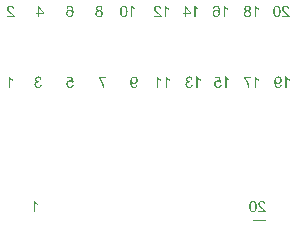
<source format=gbo>
G04*
G04 #@! TF.GenerationSoftware,Altium Limited,Altium Designer,23.8.1 (32)*
G04*
G04 Layer_Color=32896*
%FSLAX44Y44*%
%MOMM*%
G71*
G04*
G04 #@! TF.SameCoordinates,E5E329DE-7035-4BFE-8E71-FBE8A5C100D7*
G04*
G04*
G04 #@! TF.FilePolarity,Positive*
G04*
G01*
G75*
%ADD11C,0.1000*%
G36*
X388117Y246084D02*
X388352Y246066D01*
X388577Y246028D01*
X388783Y245981D01*
X388980Y245925D01*
X389158Y245869D01*
X389317Y245803D01*
X389467Y245738D01*
X389598Y245672D01*
X389720Y245606D01*
X389814Y245550D01*
X389898Y245494D01*
X389964Y245447D01*
X390011Y245410D01*
X390039Y245391D01*
X390048Y245381D01*
X390189Y245241D01*
X390320Y245091D01*
X390432Y244932D01*
X390536Y244763D01*
X390620Y244585D01*
X390695Y244416D01*
X390760Y244247D01*
X390817Y244088D01*
X390854Y243929D01*
X390892Y243788D01*
X390920Y243657D01*
X390948Y243544D01*
X390957Y243451D01*
X390967Y243376D01*
X390976Y243338D01*
Y243319D01*
X389767Y243198D01*
X389758Y243366D01*
X389748Y243516D01*
X389720Y243666D01*
X389692Y243797D01*
X389645Y243919D01*
X389608Y244041D01*
X389561Y244144D01*
X389514Y244238D01*
X389467Y244322D01*
X389420Y244397D01*
X389373Y244463D01*
X389336Y244510D01*
X389308Y244547D01*
X389280Y244585D01*
X389270Y244594D01*
X389261Y244604D01*
X389158Y244697D01*
X389055Y244772D01*
X388942Y244847D01*
X388830Y244903D01*
X388605Y244997D01*
X388380Y245053D01*
X388286Y245072D01*
X388192Y245091D01*
X388108Y245100D01*
X388033Y245110D01*
X387977Y245119D01*
X387892D01*
X387743Y245110D01*
X387602Y245100D01*
X387349Y245044D01*
X387124Y244969D01*
X387021Y244922D01*
X386936Y244875D01*
X386852Y244828D01*
X386786Y244782D01*
X386721Y244744D01*
X386674Y244707D01*
X386637Y244678D01*
X386599Y244650D01*
X386590Y244641D01*
X386580Y244632D01*
X386487Y244538D01*
X386412Y244444D01*
X386346Y244341D01*
X386290Y244247D01*
X386196Y244051D01*
X386140Y243863D01*
X386102Y243694D01*
X386093Y243629D01*
X386083Y243573D01*
X386074Y243516D01*
Y243479D01*
Y243460D01*
Y243451D01*
X386083Y243329D01*
X386102Y243198D01*
X386130Y243076D01*
X386158Y242945D01*
X386252Y242710D01*
X386355Y242495D01*
X386412Y242401D01*
X386458Y242307D01*
X386505Y242232D01*
X386552Y242167D01*
X386580Y242110D01*
X386608Y242073D01*
X386627Y242045D01*
X386637Y242035D01*
X386749Y241885D01*
X386889Y241735D01*
X387039Y241567D01*
X387199Y241398D01*
X387546Y241061D01*
X387902Y240733D01*
X388070Y240583D01*
X388230Y240442D01*
X388370Y240311D01*
X388502Y240208D01*
X388605Y240114D01*
X388689Y240048D01*
X388736Y240011D01*
X388755Y239992D01*
X388933Y239842D01*
X389111Y239692D01*
X389270Y239552D01*
X389420Y239421D01*
X389551Y239289D01*
X389683Y239167D01*
X389795Y239055D01*
X389898Y238961D01*
X389992Y238867D01*
X390067Y238783D01*
X390132Y238708D01*
X390189Y238652D01*
X390236Y238605D01*
X390264Y238568D01*
X390282Y238549D01*
X390292Y238539D01*
X390479Y238305D01*
X390639Y238080D01*
X390770Y237865D01*
X390882Y237668D01*
X390967Y237499D01*
X390995Y237433D01*
X391023Y237377D01*
X391042Y237330D01*
X391060Y237293D01*
X391070Y237274D01*
Y237265D01*
X391117Y237115D01*
X391154Y236974D01*
X391173Y236834D01*
X391192Y236712D01*
X391201Y236599D01*
Y236524D01*
Y236468D01*
Y236459D01*
Y236449D01*
X384856D01*
Y237583D01*
X389570D01*
X389495Y237705D01*
X389411Y237818D01*
X389326Y237921D01*
X389251Y238024D01*
X389176Y238099D01*
X389120Y238165D01*
X389083Y238211D01*
X389073Y238221D01*
X389008Y238286D01*
X388923Y238361D01*
X388830Y238455D01*
X388727Y238549D01*
X388502Y238746D01*
X388277Y238942D01*
X388052Y239130D01*
X387958Y239214D01*
X387874Y239289D01*
X387808Y239345D01*
X387752Y239392D01*
X387714Y239421D01*
X387705Y239430D01*
X387480Y239627D01*
X387265Y239805D01*
X387068Y239983D01*
X386889Y240142D01*
X386721Y240292D01*
X386580Y240433D01*
X386440Y240564D01*
X386327Y240676D01*
X386224Y240779D01*
X386130Y240864D01*
X386065Y240939D01*
X385999Y241004D01*
X385952Y241051D01*
X385924Y241089D01*
X385905Y241108D01*
X385896Y241117D01*
X385699Y241342D01*
X385540Y241557D01*
X385399Y241764D01*
X385296Y241932D01*
X385212Y242082D01*
X385184Y242139D01*
X385156Y242195D01*
X385137Y242232D01*
X385118Y242260D01*
X385109Y242279D01*
Y242288D01*
X385024Y242495D01*
X384968Y242701D01*
X384921Y242898D01*
X384893Y243066D01*
X384874Y243216D01*
Y243273D01*
X384865Y243329D01*
Y243366D01*
Y243394D01*
Y243413D01*
Y243423D01*
X384874Y243629D01*
X384903Y243826D01*
X384940Y244022D01*
X384987Y244200D01*
X385052Y244369D01*
X385118Y244519D01*
X385193Y244669D01*
X385268Y244800D01*
X385343Y244922D01*
X385418Y245025D01*
X385484Y245110D01*
X385549Y245185D01*
X385596Y245250D01*
X385634Y245288D01*
X385662Y245316D01*
X385671Y245325D01*
X385830Y245456D01*
X385999Y245578D01*
X386168Y245681D01*
X386355Y245766D01*
X386533Y245841D01*
X386721Y245906D01*
X386899Y245953D01*
X387068Y246000D01*
X387236Y246028D01*
X387386Y246056D01*
X387518Y246075D01*
X387630Y246084D01*
X387733D01*
X387799Y246094D01*
X387864D01*
X388117Y246084D01*
D02*
G37*
G36*
X380657D02*
X380835Y246066D01*
X381013Y246038D01*
X381172Y246009D01*
X381332Y245963D01*
X381472Y245916D01*
X381603Y245869D01*
X381725Y245813D01*
X381828Y245756D01*
X381931Y245709D01*
X382006Y245663D01*
X382081Y245616D01*
X382128Y245588D01*
X382175Y245560D01*
X382194Y245541D01*
X382203Y245531D01*
X382325Y245419D01*
X382447Y245297D01*
X382663Y245044D01*
X382841Y244782D01*
X382981Y244519D01*
X383047Y244397D01*
X383094Y244285D01*
X383140Y244191D01*
X383178Y244097D01*
X383206Y244032D01*
X383225Y243976D01*
X383244Y243938D01*
Y243929D01*
X383300Y243722D01*
X383356Y243516D01*
X383440Y243057D01*
X383506Y242607D01*
X383525Y242382D01*
X383544Y242167D01*
X383562Y241960D01*
X383572Y241773D01*
X383581Y241614D01*
Y241464D01*
X383590Y241351D01*
Y241257D01*
Y241201D01*
Y241192D01*
Y241182D01*
X383581Y240695D01*
X383553Y240236D01*
X383506Y239823D01*
X383440Y239430D01*
X383375Y239083D01*
X383290Y238764D01*
X383206Y238474D01*
X383112Y238221D01*
X383028Y237996D01*
X382944Y237799D01*
X382859Y237640D01*
X382794Y237508D01*
X382728Y237405D01*
X382681Y237330D01*
X382653Y237293D01*
X382644Y237274D01*
X382494Y237105D01*
X382325Y236946D01*
X382147Y236815D01*
X381969Y236702D01*
X381791Y236609D01*
X381603Y236534D01*
X381425Y236468D01*
X381257Y236412D01*
X381097Y236374D01*
X380947Y236346D01*
X380807Y236318D01*
X380694Y236309D01*
X380591Y236299D01*
X380526Y236290D01*
X380460D01*
X380263Y236299D01*
X380085Y236318D01*
X379907Y236346D01*
X379748Y236374D01*
X379588Y236421D01*
X379448Y236468D01*
X379316Y236515D01*
X379195Y236571D01*
X379091Y236627D01*
X378998Y236674D01*
X378913Y236721D01*
X378848Y236768D01*
X378792Y236796D01*
X378754Y236824D01*
X378735Y236843D01*
X378726Y236852D01*
X378604Y236965D01*
X378482Y237087D01*
X378267Y237340D01*
X378089Y237612D01*
X377948Y237865D01*
X377882Y237986D01*
X377836Y238099D01*
X377789Y238193D01*
X377751Y238286D01*
X377723Y238352D01*
X377704Y238408D01*
X377686Y238446D01*
Y238455D01*
X377620Y238661D01*
X377564Y238867D01*
X377480Y239317D01*
X377414Y239777D01*
X377395Y239992D01*
X377376Y240208D01*
X377358Y240414D01*
X377348Y240592D01*
X377339Y240761D01*
Y240901D01*
X377329Y241023D01*
Y241108D01*
Y241164D01*
Y241182D01*
Y241445D01*
X377339Y241689D01*
X377348Y241923D01*
X377367Y242139D01*
X377386Y242345D01*
X377405Y242523D01*
X377423Y242701D01*
X377442Y242851D01*
X377461Y242991D01*
X377480Y243113D01*
X377498Y243216D01*
X377517Y243301D01*
X377536Y243366D01*
X377545Y243413D01*
X377554Y243441D01*
Y243451D01*
X377639Y243751D01*
X377742Y244032D01*
X377836Y244275D01*
X377882Y244379D01*
X377929Y244482D01*
X377976Y244566D01*
X378014Y244650D01*
X378051Y244716D01*
X378079Y244772D01*
X378107Y244819D01*
X378126Y244847D01*
X378145Y244866D01*
Y244875D01*
X378295Y245082D01*
X378454Y245269D01*
X378614Y245419D01*
X378764Y245550D01*
X378904Y245644D01*
X379007Y245719D01*
X379054Y245747D01*
X379082Y245756D01*
X379101Y245775D01*
X379110D01*
X379335Y245878D01*
X379570Y245963D01*
X379795Y246019D01*
X380001Y246056D01*
X380094Y246066D01*
X380188Y246075D01*
X380263Y246084D01*
X380329Y246094D01*
X380460D01*
X380657Y246084D01*
D02*
G37*
G36*
X388492Y185972D02*
X388567Y185860D01*
X388727Y185625D01*
X388895Y185410D01*
X389064Y185213D01*
X389148Y185128D01*
X389223Y185044D01*
X389298Y184978D01*
X389355Y184913D01*
X389401Y184866D01*
X389448Y184828D01*
X389467Y184810D01*
X389476Y184800D01*
X389767Y184566D01*
X390057Y184350D01*
X390348Y184154D01*
X390620Y183994D01*
X390742Y183919D01*
X390854Y183863D01*
X390948Y183807D01*
X391032Y183760D01*
X391107Y183722D01*
X391154Y183694D01*
X391192Y183685D01*
X391201Y183676D01*
Y182542D01*
X390995Y182626D01*
X390779Y182720D01*
X390573Y182823D01*
X390386Y182917D01*
X390217Y183001D01*
X390151Y183038D01*
X390086Y183076D01*
X390039Y183104D01*
X390001Y183123D01*
X389982Y183141D01*
X389973D01*
X389729Y183291D01*
X389505Y183441D01*
X389308Y183582D01*
X389148Y183704D01*
X389017Y183807D01*
X388923Y183891D01*
X388895Y183919D01*
X388867Y183938D01*
X388858Y183957D01*
X388848D01*
Y176449D01*
X387668D01*
Y186094D01*
X388436D01*
X388492Y185972D01*
D02*
G37*
G36*
X381866Y186084D02*
X382100Y186056D01*
X382316Y186009D01*
X382522Y185953D01*
X382709Y185888D01*
X382887Y185813D01*
X383056Y185728D01*
X383206Y185653D01*
X383337Y185569D01*
X383459Y185485D01*
X383553Y185410D01*
X383637Y185344D01*
X383712Y185288D01*
X383759Y185241D01*
X383787Y185213D01*
X383797Y185203D01*
X383947Y185035D01*
X384078Y184847D01*
X384190Y184660D01*
X384293Y184463D01*
X384368Y184266D01*
X384443Y184069D01*
X384500Y183873D01*
X384546Y183694D01*
X384575Y183516D01*
X384603Y183357D01*
X384621Y183216D01*
X384640Y183095D01*
Y182992D01*
X384650Y182917D01*
Y182870D01*
Y182851D01*
X384640Y182588D01*
X384612Y182345D01*
X384575Y182120D01*
X384518Y181895D01*
X384462Y181698D01*
X384387Y181511D01*
X384312Y181332D01*
X384237Y181182D01*
X384162Y181042D01*
X384087Y180920D01*
X384012Y180817D01*
X383956Y180733D01*
X383900Y180667D01*
X383862Y180611D01*
X383834Y180583D01*
X383825Y180573D01*
X383665Y180423D01*
X383497Y180292D01*
X383328Y180170D01*
X383159Y180077D01*
X382990Y179992D01*
X382822Y179917D01*
X382663Y179861D01*
X382503Y179823D01*
X382363Y179786D01*
X382231Y179758D01*
X382109Y179739D01*
X382006Y179720D01*
X381922D01*
X381866Y179711D01*
X381810D01*
X381547Y179730D01*
X381303Y179767D01*
X381078Y179823D01*
X380882Y179889D01*
X380797Y179917D01*
X380722Y179945D01*
X380647Y179974D01*
X380591Y180002D01*
X380544Y180030D01*
X380516Y180039D01*
X380497Y180058D01*
X380488D01*
X380272Y180198D01*
X380076Y180348D01*
X379907Y180498D01*
X379766Y180639D01*
X379654Y180770D01*
X379579Y180873D01*
X379551Y180911D01*
X379532Y180939D01*
X379513Y180958D01*
Y180864D01*
Y180798D01*
Y180751D01*
Y180733D01*
X379523Y180461D01*
X379541Y180198D01*
X379570Y179955D01*
X379598Y179739D01*
X379616Y179636D01*
X379635Y179552D01*
X379654Y179477D01*
X379663Y179411D01*
X379673Y179364D01*
X379682Y179317D01*
X379691Y179299D01*
Y179289D01*
X379757Y179036D01*
X379832Y178821D01*
X379907Y178624D01*
X379982Y178465D01*
X380038Y178333D01*
X380085Y178239D01*
X380104Y178211D01*
X380122Y178183D01*
X380132Y178174D01*
Y178165D01*
X380235Y178015D01*
X380338Y177883D01*
X380451Y177771D01*
X380563Y177677D01*
X380657Y177602D01*
X380732Y177546D01*
X380779Y177509D01*
X380788Y177499D01*
X380797D01*
X380957Y177415D01*
X381116Y177358D01*
X381285Y177312D01*
X381425Y177283D01*
X381557Y177265D01*
X381660Y177255D01*
X381753D01*
X381978Y177274D01*
X382184Y177312D01*
X382363Y177368D01*
X382513Y177433D01*
X382634Y177499D01*
X382719Y177555D01*
X382775Y177593D01*
X382784Y177612D01*
X382794D01*
X382869Y177687D01*
X382934Y177771D01*
X383047Y177949D01*
X383140Y178146D01*
X383215Y178333D01*
X383272Y178511D01*
X383290Y178586D01*
X383309Y178652D01*
X383319Y178708D01*
X383328Y178746D01*
X383337Y178774D01*
Y178783D01*
X384471Y178680D01*
X384434Y178474D01*
X384396Y178277D01*
X384340Y178090D01*
X384275Y177921D01*
X384209Y177761D01*
X384143Y177621D01*
X384068Y177480D01*
X383993Y177368D01*
X383918Y177255D01*
X383853Y177171D01*
X383787Y177087D01*
X383731Y177021D01*
X383684Y176974D01*
X383647Y176937D01*
X383628Y176918D01*
X383619Y176909D01*
X383478Y176796D01*
X383337Y176702D01*
X383187Y176618D01*
X383028Y176553D01*
X382878Y176487D01*
X382719Y176440D01*
X382428Y176365D01*
X382297Y176346D01*
X382166Y176327D01*
X382053Y176309D01*
X381960Y176299D01*
X381885Y176290D01*
X381772D01*
X381575Y176299D01*
X381388Y176318D01*
X381210Y176346D01*
X381041Y176374D01*
X380872Y176421D01*
X380722Y176468D01*
X380582Y176515D01*
X380451Y176571D01*
X380338Y176628D01*
X380235Y176674D01*
X380141Y176721D01*
X380066Y176768D01*
X380001Y176796D01*
X379963Y176824D01*
X379935Y176843D01*
X379926Y176852D01*
X379785Y176965D01*
X379645Y177087D01*
X379410Y177349D01*
X379204Y177630D01*
X379035Y177893D01*
X378960Y178024D01*
X378904Y178136D01*
X378857Y178239D01*
X378810Y178333D01*
X378773Y178408D01*
X378754Y178465D01*
X378735Y178502D01*
Y178511D01*
X378660Y178727D01*
X378604Y178952D01*
X378548Y179186D01*
X378501Y179430D01*
X378426Y179917D01*
X378407Y180161D01*
X378379Y180386D01*
X378370Y180611D01*
X378351Y180808D01*
X378342Y180986D01*
Y181145D01*
X378332Y181267D01*
Y181361D01*
Y181398D01*
Y181426D01*
Y181436D01*
Y181445D01*
Y181764D01*
X378351Y182073D01*
X378370Y182354D01*
X378398Y182617D01*
X378426Y182860D01*
X378464Y183076D01*
X378492Y183282D01*
X378529Y183460D01*
X378567Y183619D01*
X378604Y183760D01*
X378642Y183873D01*
X378670Y183976D01*
X378698Y184051D01*
X378717Y184097D01*
X378726Y184135D01*
X378735Y184144D01*
X378810Y184313D01*
X378904Y184472D01*
X378998Y184622D01*
X379091Y184763D01*
X379185Y184894D01*
X379288Y185016D01*
X379382Y185119D01*
X379476Y185222D01*
X379570Y185306D01*
X379645Y185382D01*
X379720Y185438D01*
X379785Y185494D01*
X379841Y185531D01*
X379879Y185569D01*
X379907Y185578D01*
X379916Y185588D01*
X380066Y185681D01*
X380216Y185756D01*
X380366Y185822D01*
X380516Y185878D01*
X380797Y185972D01*
X381069Y186028D01*
X381182Y186056D01*
X381294Y186066D01*
X381388Y186075D01*
X381472Y186084D01*
X381538Y186094D01*
X381632D01*
X381866Y186084D01*
D02*
G37*
G36*
X362566Y245972D02*
X362641Y245859D01*
X362801Y245625D01*
X362970Y245410D01*
X363138Y245213D01*
X363223Y245128D01*
X363298Y245044D01*
X363372Y244978D01*
X363429Y244913D01*
X363476Y244866D01*
X363522Y244828D01*
X363541Y244810D01*
X363551Y244800D01*
X363841Y244566D01*
X364132Y244350D01*
X364422Y244154D01*
X364694Y243994D01*
X364816Y243919D01*
X364928Y243863D01*
X365022Y243807D01*
X365106Y243760D01*
X365181Y243722D01*
X365228Y243694D01*
X365266Y243685D01*
X365275Y243676D01*
Y242542D01*
X365069Y242626D01*
X364853Y242720D01*
X364647Y242823D01*
X364460Y242916D01*
X364291Y243001D01*
X364225Y243038D01*
X364160Y243076D01*
X364113Y243104D01*
X364075Y243123D01*
X364057Y243141D01*
X364047D01*
X363804Y243291D01*
X363579Y243441D01*
X363382Y243582D01*
X363223Y243704D01*
X363091Y243807D01*
X362998Y243891D01*
X362970Y243919D01*
X362941Y243938D01*
X362932Y243957D01*
X362923D01*
Y236449D01*
X361742D01*
Y246094D01*
X362510D01*
X362566Y245972D01*
D02*
G37*
G36*
X355818Y246084D02*
X356043Y246066D01*
X356240Y246028D01*
X356437Y245981D01*
X356615Y245925D01*
X356783Y245869D01*
X356934Y245803D01*
X357065Y245738D01*
X357187Y245663D01*
X357299Y245597D01*
X357383Y245541D01*
X357458Y245485D01*
X357524Y245438D01*
X357561Y245400D01*
X357590Y245381D01*
X357599Y245372D01*
X357730Y245231D01*
X357843Y245091D01*
X357946Y244941D01*
X358030Y244800D01*
X358105Y244650D01*
X358161Y244500D01*
X358218Y244360D01*
X358255Y244229D01*
X358283Y244097D01*
X358311Y243976D01*
X358330Y243872D01*
X358339Y243788D01*
Y243713D01*
X358349Y243657D01*
Y243619D01*
Y243610D01*
X358330Y243357D01*
X358293Y243132D01*
X358236Y242926D01*
X358171Y242757D01*
X358114Y242617D01*
X358086Y242560D01*
X358058Y242504D01*
X358030Y242467D01*
X358021Y242438D01*
X358002Y242429D01*
Y242420D01*
X357852Y242242D01*
X357683Y242092D01*
X357496Y241960D01*
X357318Y241848D01*
X357158Y241764D01*
X357084Y241726D01*
X357027Y241698D01*
X356980Y241679D01*
X356934Y241660D01*
X356915Y241651D01*
X356905D01*
X357065Y241604D01*
X357215Y241548D01*
X357355Y241492D01*
X357486Y241426D01*
X357608Y241351D01*
X357721Y241276D01*
X357824Y241211D01*
X357918Y241136D01*
X357993Y241070D01*
X358068Y241004D01*
X358124Y240948D01*
X358180Y240892D01*
X358218Y240845D01*
X358246Y240817D01*
X358255Y240798D01*
X358264Y240789D01*
X358349Y240667D01*
X358414Y240545D01*
X358480Y240414D01*
X358536Y240283D01*
X358621Y240020D01*
X358677Y239767D01*
X358695Y239655D01*
X358705Y239552D01*
X358714Y239458D01*
X358724Y239383D01*
X358733Y239317D01*
Y239261D01*
Y239233D01*
Y239224D01*
X358724Y238989D01*
X358695Y238774D01*
X358649Y238568D01*
X358602Y238371D01*
X358536Y238183D01*
X358461Y238005D01*
X358386Y237846D01*
X358302Y237705D01*
X358218Y237574D01*
X358143Y237462D01*
X358068Y237358D01*
X358002Y237274D01*
X357946Y237208D01*
X357908Y237162D01*
X357880Y237134D01*
X357871Y237124D01*
X357702Y236974D01*
X357524Y236852D01*
X357337Y236740D01*
X357140Y236646D01*
X356952Y236562D01*
X356765Y236496D01*
X356577Y236440D01*
X356399Y236393D01*
X356231Y236356D01*
X356071Y236337D01*
X355931Y236318D01*
X355809Y236299D01*
X355715D01*
X355640Y236290D01*
X355574D01*
X355312Y236299D01*
X355068Y236327D01*
X354834Y236365D01*
X354618Y236421D01*
X354412Y236487D01*
X354225Y236552D01*
X354047Y236627D01*
X353887Y236712D01*
X353756Y236787D01*
X353625Y236862D01*
X353522Y236927D01*
X353438Y236993D01*
X353372Y237049D01*
X353316Y237087D01*
X353288Y237115D01*
X353278Y237124D01*
X353128Y237283D01*
X352988Y237452D01*
X352875Y237621D01*
X352772Y237799D01*
X352688Y237977D01*
X352622Y238146D01*
X352566Y238314D01*
X352519Y238474D01*
X352481Y238624D01*
X352453Y238764D01*
X352435Y238886D01*
X352416Y238989D01*
Y239074D01*
X352407Y239139D01*
Y239186D01*
Y239195D01*
X352416Y239364D01*
X352425Y239514D01*
X352481Y239814D01*
X352556Y240067D01*
X352594Y240189D01*
X352641Y240292D01*
X352688Y240386D01*
X352725Y240480D01*
X352763Y240545D01*
X352800Y240611D01*
X352828Y240658D01*
X352856Y240695D01*
X352866Y240714D01*
X352875Y240723D01*
X352969Y240836D01*
X353063Y240948D01*
X353278Y241136D01*
X353503Y241295D01*
X353719Y241426D01*
X353915Y241529D01*
X354000Y241567D01*
X354075Y241595D01*
X354131Y241623D01*
X354178Y241642D01*
X354206Y241651D01*
X354215D01*
X353962Y241764D01*
X353747Y241885D01*
X353569Y242007D01*
X353419Y242129D01*
X353306Y242242D01*
X353222Y242326D01*
X353175Y242392D01*
X353156Y242401D01*
Y242410D01*
X353035Y242607D01*
X352950Y242804D01*
X352884Y243001D01*
X352847Y243179D01*
X352819Y243338D01*
X352810Y243413D01*
Y243469D01*
X352800Y243516D01*
Y243554D01*
Y243573D01*
Y243582D01*
X352810Y243779D01*
X352828Y243957D01*
X352875Y244135D01*
X352922Y244304D01*
X352978Y244463D01*
X353044Y244604D01*
X353110Y244744D01*
X353185Y244866D01*
X353259Y244978D01*
X353325Y245072D01*
X353391Y245166D01*
X353447Y245231D01*
X353494Y245288D01*
X353531Y245325D01*
X353559Y245353D01*
X353569Y245363D01*
X353719Y245494D01*
X353878Y245606D01*
X354037Y245700D01*
X354206Y245784D01*
X354375Y245859D01*
X354543Y245916D01*
X354712Y245963D01*
X354871Y246000D01*
X355022Y246028D01*
X355153Y246056D01*
X355275Y246075D01*
X355387Y246084D01*
X355471Y246094D01*
X355593D01*
X355818Y246084D01*
D02*
G37*
G36*
X362566Y185813D02*
X362641Y185700D01*
X362801Y185466D01*
X362970Y185250D01*
X363138Y185053D01*
X363223Y184969D01*
X363298Y184885D01*
X363372Y184819D01*
X363429Y184753D01*
X363476Y184707D01*
X363522Y184669D01*
X363541Y184650D01*
X363551Y184641D01*
X363841Y184407D01*
X364132Y184191D01*
X364422Y183994D01*
X364694Y183835D01*
X364816Y183760D01*
X364928Y183704D01*
X365022Y183647D01*
X365106Y183601D01*
X365181Y183563D01*
X365228Y183535D01*
X365266Y183526D01*
X365275Y183516D01*
Y182382D01*
X365069Y182467D01*
X364853Y182560D01*
X364647Y182663D01*
X364460Y182757D01*
X364291Y182841D01*
X364225Y182879D01*
X364160Y182917D01*
X364113Y182945D01*
X364075Y182963D01*
X364057Y182982D01*
X364047D01*
X363804Y183132D01*
X363579Y183282D01*
X363382Y183423D01*
X363223Y183544D01*
X363091Y183647D01*
X362998Y183732D01*
X362970Y183760D01*
X362941Y183779D01*
X362932Y183797D01*
X362923D01*
Y176290D01*
X361742D01*
Y185935D01*
X362510D01*
X362566Y185813D01*
D02*
G37*
G36*
X358639Y184641D02*
X353944D01*
X354112Y184444D01*
X354272Y184238D01*
X354590Y183816D01*
X354871Y183395D01*
X355003Y183188D01*
X355125Y182992D01*
X355237Y182813D01*
X355340Y182645D01*
X355424Y182495D01*
X355499Y182373D01*
X355556Y182260D01*
X355603Y182185D01*
X355631Y182139D01*
X355640Y182120D01*
X355921Y181557D01*
X356165Y181005D01*
X356277Y180742D01*
X356371Y180480D01*
X356465Y180236D01*
X356549Y180011D01*
X356624Y179795D01*
X356680Y179608D01*
X356737Y179439D01*
X356783Y179289D01*
X356812Y179177D01*
X356840Y179093D01*
X356849Y179036D01*
X356858Y179027D01*
Y179018D01*
X356934Y178727D01*
X356999Y178436D01*
X357055Y178174D01*
X357102Y177911D01*
X357149Y177677D01*
X357187Y177452D01*
X357215Y177246D01*
X357233Y177049D01*
X357252Y176880D01*
X357271Y176731D01*
X357280Y176599D01*
X357290Y176487D01*
Y176402D01*
X357299Y176346D01*
Y176299D01*
Y176290D01*
X356090D01*
X356043Y176815D01*
X356015Y177068D01*
X355978Y177302D01*
X355940Y177537D01*
X355902Y177752D01*
X355865Y177958D01*
X355827Y178146D01*
X355790Y178314D01*
X355762Y178465D01*
X355724Y178605D01*
X355696Y178717D01*
X355678Y178802D01*
X355659Y178867D01*
X355640Y178914D01*
Y178924D01*
X355546Y179242D01*
X355443Y179561D01*
X355331Y179870D01*
X355218Y180170D01*
X355106Y180452D01*
X354984Y180733D01*
X354871Y180986D01*
X354759Y181229D01*
X354656Y181454D01*
X354562Y181651D01*
X354478Y181829D01*
X354403Y181970D01*
X354337Y182092D01*
X354290Y182176D01*
X354262Y182232D01*
X354253Y182251D01*
X354084Y182551D01*
X353915Y182832D01*
X353747Y183095D01*
X353587Y183338D01*
X353428Y183573D01*
X353278Y183788D01*
X353128Y183985D01*
X352997Y184163D01*
X352875Y184322D01*
X352763Y184463D01*
X352669Y184575D01*
X352585Y184678D01*
X352519Y184753D01*
X352463Y184810D01*
X352435Y184847D01*
X352425Y184857D01*
Y185775D01*
X358639D01*
Y184641D01*
D02*
G37*
G36*
X337566Y185972D02*
X337641Y185860D01*
X337801Y185625D01*
X337970Y185410D01*
X338138Y185213D01*
X338223Y185128D01*
X338298Y185044D01*
X338372Y184978D01*
X338429Y184913D01*
X338476Y184866D01*
X338522Y184828D01*
X338541Y184810D01*
X338551Y184800D01*
X338841Y184566D01*
X339132Y184350D01*
X339422Y184154D01*
X339694Y183994D01*
X339816Y183919D01*
X339928Y183863D01*
X340022Y183807D01*
X340106Y183760D01*
X340181Y183722D01*
X340228Y183694D01*
X340266Y183685D01*
X340275Y183676D01*
Y182542D01*
X340069Y182626D01*
X339853Y182720D01*
X339647Y182823D01*
X339460Y182917D01*
X339291Y183001D01*
X339225Y183038D01*
X339160Y183076D01*
X339113Y183104D01*
X339075Y183123D01*
X339057Y183141D01*
X339047D01*
X338804Y183291D01*
X338579Y183441D01*
X338382Y183582D01*
X338223Y183704D01*
X338091Y183807D01*
X337998Y183891D01*
X337970Y183919D01*
X337941Y183938D01*
X337932Y183957D01*
X337923D01*
Y176449D01*
X336742D01*
Y186094D01*
X337510D01*
X337566Y185972D01*
D02*
G37*
G36*
X333517Y180995D02*
X332411Y180854D01*
X332308Y180995D01*
X332187Y181126D01*
X332074Y181239D01*
X331952Y181342D01*
X331858Y181417D01*
X331774Y181473D01*
X331718Y181511D01*
X331709Y181520D01*
X331699D01*
X331521Y181604D01*
X331343Y181670D01*
X331174Y181717D01*
X331015Y181754D01*
X330874Y181773D01*
X330818D01*
X330762Y181782D01*
X330668D01*
X330499Y181773D01*
X330340Y181754D01*
X330190Y181726D01*
X330040Y181689D01*
X329909Y181642D01*
X329787Y181595D01*
X329675Y181539D01*
X329572Y181492D01*
X329487Y181436D01*
X329403Y181379D01*
X329337Y181332D01*
X329281Y181286D01*
X329234Y181248D01*
X329206Y181220D01*
X329187Y181201D01*
X329178Y181192D01*
X329075Y181079D01*
X328991Y180958D01*
X328915Y180826D01*
X328850Y180695D01*
X328794Y180564D01*
X328747Y180433D01*
X328681Y180180D01*
X328653Y180058D01*
X328634Y179945D01*
X328625Y179852D01*
X328616Y179767D01*
X328606Y179692D01*
Y179645D01*
Y179608D01*
Y179599D01*
X328616Y179402D01*
X328634Y179224D01*
X328662Y179046D01*
X328700Y178886D01*
X328747Y178736D01*
X328794Y178596D01*
X328850Y178465D01*
X328897Y178352D01*
X328953Y178249D01*
X329009Y178155D01*
X329056Y178071D01*
X329103Y178015D01*
X329141Y177958D01*
X329169Y177921D01*
X329187Y177902D01*
X329197Y177893D01*
X329309Y177780D01*
X329431Y177687D01*
X329553Y177602D01*
X329675Y177527D01*
X329796Y177462D01*
X329909Y177415D01*
X330143Y177340D01*
X330246Y177312D01*
X330340Y177293D01*
X330424Y177274D01*
X330499Y177265D01*
X330556Y177255D01*
X330640D01*
X330771Y177265D01*
X330893Y177274D01*
X331128Y177330D01*
X331334Y177396D01*
X331512Y177480D01*
X331662Y177565D01*
X331718Y177602D01*
X331765Y177640D01*
X331802Y177668D01*
X331830Y177687D01*
X331849Y177696D01*
X331858Y177705D01*
X331943Y177799D01*
X332027Y177893D01*
X332168Y178118D01*
X332271Y178343D01*
X332355Y178558D01*
X332421Y178764D01*
X332440Y178849D01*
X332458Y178924D01*
X332468Y178989D01*
X332477Y179036D01*
X332486Y179064D01*
Y179074D01*
X333724Y178971D01*
X333695Y178746D01*
X333649Y178540D01*
X333592Y178343D01*
X333527Y178155D01*
X333452Y177977D01*
X333377Y177818D01*
X333293Y177668D01*
X333208Y177537D01*
X333133Y177424D01*
X333049Y177321D01*
X332983Y177227D01*
X332918Y177152D01*
X332861Y177096D01*
X332824Y177059D01*
X332796Y177031D01*
X332786Y177021D01*
X332627Y176890D01*
X332458Y176777D01*
X332280Y176684D01*
X332102Y176599D01*
X331915Y176524D01*
X331737Y176468D01*
X331568Y176421D01*
X331399Y176384D01*
X331240Y176356D01*
X331099Y176327D01*
X330968Y176309D01*
X330856Y176299D01*
X330762D01*
X330696Y176290D01*
X330640D01*
X330350Y176299D01*
X330068Y176337D01*
X329815Y176393D01*
X329572Y176468D01*
X329347Y176562D01*
X329141Y176656D01*
X328953Y176759D01*
X328775Y176871D01*
X328625Y176984D01*
X328494Y177087D01*
X328381Y177180D01*
X328288Y177274D01*
X328213Y177349D01*
X328166Y177405D01*
X328128Y177443D01*
X328119Y177452D01*
X327988Y177630D01*
X327866Y177818D01*
X327763Y178015D01*
X327678Y178202D01*
X327603Y178389D01*
X327538Y178577D01*
X327491Y178764D01*
X327444Y178933D01*
X327416Y179093D01*
X327388Y179242D01*
X327369Y179374D01*
X327360Y179486D01*
Y179580D01*
X327350Y179645D01*
Y179683D01*
Y179702D01*
X327360Y179955D01*
X327388Y180198D01*
X327435Y180423D01*
X327481Y180639D01*
X327556Y180836D01*
X327622Y181023D01*
X327706Y181192D01*
X327781Y181342D01*
X327866Y181483D01*
X327950Y181604D01*
X328016Y181707D01*
X328081Y181792D01*
X328138Y181857D01*
X328185Y181914D01*
X328213Y181942D01*
X328222Y181951D01*
X328391Y182101D01*
X328559Y182242D01*
X328737Y182354D01*
X328915Y182457D01*
X329094Y182542D01*
X329272Y182607D01*
X329450Y182663D01*
X329609Y182710D01*
X329759Y182748D01*
X329900Y182776D01*
X330031Y182795D01*
X330134Y182813D01*
X330228D01*
X330293Y182823D01*
X330350D01*
X330528Y182813D01*
X330706Y182795D01*
X330874Y182766D01*
X331034Y182729D01*
X331343Y182626D01*
X331484Y182579D01*
X331615Y182523D01*
X331737Y182457D01*
X331840Y182410D01*
X331943Y182354D01*
X332018Y182307D01*
X332084Y182270D01*
X332130Y182242D01*
X332158Y182223D01*
X332168Y182213D01*
X331652Y184810D01*
X327800D01*
Y185935D01*
X332590D01*
X333517Y180995D01*
D02*
G37*
G36*
X336291Y245972D02*
X336366Y245859D01*
X336526Y245625D01*
X336694Y245410D01*
X336863Y245213D01*
X336947Y245128D01*
X337022Y245044D01*
X337097Y244978D01*
X337154Y244913D01*
X337201Y244866D01*
X337247Y244828D01*
X337266Y244810D01*
X337275Y244800D01*
X337566Y244566D01*
X337857Y244350D01*
X338147Y244154D01*
X338419Y243994D01*
X338541Y243919D01*
X338653Y243863D01*
X338747Y243807D01*
X338831Y243760D01*
X338906Y243722D01*
X338953Y243694D01*
X338991Y243685D01*
X339000Y243676D01*
Y242542D01*
X338794Y242626D01*
X338578Y242720D01*
X338372Y242823D01*
X338185Y242916D01*
X338016Y243001D01*
X337950Y243038D01*
X337885Y243076D01*
X337838Y243104D01*
X337800Y243123D01*
X337782Y243141D01*
X337772D01*
X337528Y243291D01*
X337304Y243441D01*
X337107Y243582D01*
X336947Y243704D01*
X336816Y243807D01*
X336722Y243891D01*
X336694Y243919D01*
X336666Y243938D01*
X336657Y243957D01*
X336647D01*
Y236449D01*
X335466D01*
Y246094D01*
X336235D01*
X336291Y245972D01*
D02*
G37*
G36*
X329337Y246084D02*
X329599Y246047D01*
X329843Y245991D01*
X330077Y245925D01*
X330293Y245841D01*
X330490Y245747D01*
X330668Y245644D01*
X330836Y245541D01*
X330977Y245438D01*
X331108Y245335D01*
X331221Y245241D01*
X331305Y245156D01*
X331380Y245091D01*
X331436Y245035D01*
X331464Y244997D01*
X331474Y244988D01*
X331652Y244735D01*
X331811Y244454D01*
X331952Y244144D01*
X332064Y243826D01*
X332167Y243488D01*
X332242Y243151D01*
X332317Y242813D01*
X332364Y242485D01*
X332411Y242176D01*
X332439Y241885D01*
X332467Y241623D01*
X332477Y241501D01*
Y241398D01*
X332486Y241295D01*
Y241201D01*
X332495Y241126D01*
Y241061D01*
Y241004D01*
Y240967D01*
Y240948D01*
Y240939D01*
X332486Y240489D01*
X332458Y240077D01*
X332411Y239683D01*
X332346Y239336D01*
X332280Y239008D01*
X332205Y238717D01*
X332121Y238455D01*
X332027Y238221D01*
X331942Y238015D01*
X331858Y237846D01*
X331783Y237696D01*
X331708Y237574D01*
X331652Y237480D01*
X331605Y237424D01*
X331577Y237377D01*
X331567Y237368D01*
X331390Y237180D01*
X331202Y237012D01*
X331005Y236871D01*
X330799Y236749D01*
X330602Y236637D01*
X330396Y236552D01*
X330209Y236478D01*
X330021Y236421D01*
X329843Y236384D01*
X329684Y236346D01*
X329534Y236327D01*
X329412Y236309D01*
X329309Y236299D01*
X329234Y236290D01*
X329168D01*
X329009Y236299D01*
X328849Y236309D01*
X328559Y236356D01*
X328297Y236421D01*
X328175Y236459D01*
X328072Y236496D01*
X327968Y236534D01*
X327884Y236571D01*
X327809Y236609D01*
X327743Y236637D01*
X327687Y236665D01*
X327650Y236684D01*
X327631Y236702D01*
X327622D01*
X327378Y236871D01*
X327162Y237059D01*
X326984Y237255D01*
X326825Y237452D01*
X326703Y237621D01*
X326656Y237696D01*
X326619Y237761D01*
X326581Y237808D01*
X326563Y237846D01*
X326544Y237874D01*
Y237883D01*
X326413Y238183D01*
X326319Y238474D01*
X326244Y238755D01*
X326197Y239017D01*
X326178Y239139D01*
X326169Y239242D01*
X326160Y239336D01*
Y239421D01*
X326150Y239486D01*
Y239533D01*
Y239561D01*
Y239570D01*
X326160Y239823D01*
X326188Y240058D01*
X326225Y240283D01*
X326281Y240498D01*
X326347Y240695D01*
X326413Y240883D01*
X326488Y241051D01*
X326563Y241201D01*
X326647Y241342D01*
X326722Y241464D01*
X326787Y241567D01*
X326853Y241651D01*
X326909Y241717D01*
X326947Y241773D01*
X326975Y241801D01*
X326984Y241810D01*
X327144Y241960D01*
X327303Y242101D01*
X327472Y242213D01*
X327650Y242317D01*
X327818Y242401D01*
X327978Y242467D01*
X328147Y242523D01*
X328297Y242570D01*
X328437Y242607D01*
X328568Y242635D01*
X328690Y242654D01*
X328793Y242673D01*
X328878D01*
X328934Y242682D01*
X328990D01*
X329243Y242673D01*
X329477Y242635D01*
X329693Y242579D01*
X329890Y242523D01*
X329974Y242495D01*
X330049Y242467D01*
X330115Y242438D01*
X330180Y242410D01*
X330218Y242392D01*
X330255Y242373D01*
X330274Y242363D01*
X330284D01*
X330508Y242232D01*
X330705Y242082D01*
X330883Y241923D01*
X331033Y241764D01*
X331155Y241623D01*
X331211Y241557D01*
X331249Y241501D01*
X331277Y241464D01*
X331305Y241426D01*
X331315Y241407D01*
X331324Y241398D01*
X331315Y241660D01*
X331305Y241904D01*
X331286Y242139D01*
X331268Y242354D01*
X331240Y242551D01*
X331211Y242738D01*
X331183Y242898D01*
X331155Y243048D01*
X331127Y243179D01*
X331099Y243301D01*
X331071Y243394D01*
X331043Y243479D01*
X331024Y243535D01*
X331005Y243582D01*
X330996Y243610D01*
Y243619D01*
X330865Y243901D01*
X330724Y244135D01*
X330574Y244341D01*
X330434Y244510D01*
X330302Y244641D01*
X330209Y244735D01*
X330171Y244772D01*
X330143Y244791D01*
X330124Y244810D01*
X330115D01*
X329946Y244913D01*
X329777Y244997D01*
X329609Y245053D01*
X329459Y245091D01*
X329318Y245110D01*
X329215Y245128D01*
X329121D01*
X328990Y245119D01*
X328868Y245110D01*
X328643Y245053D01*
X328437Y244969D01*
X328268Y244875D01*
X328128Y244782D01*
X328072Y244744D01*
X328025Y244697D01*
X327987Y244669D01*
X327959Y244641D01*
X327950Y244632D01*
X327940Y244622D01*
X327837Y244491D01*
X327743Y244332D01*
X327668Y244163D01*
X327603Y243994D01*
X327556Y243844D01*
X327537Y243779D01*
X327519Y243722D01*
X327509Y243676D01*
X327500Y243638D01*
X327491Y243619D01*
Y243610D01*
X326319Y243704D01*
X326356Y243910D01*
X326403Y244097D01*
X326450Y244275D01*
X326516Y244444D01*
X326591Y244604D01*
X326656Y244744D01*
X326731Y244885D01*
X326806Y244997D01*
X326881Y245100D01*
X326956Y245194D01*
X327022Y245278D01*
X327078Y245344D01*
X327125Y245391D01*
X327162Y245428D01*
X327181Y245447D01*
X327191Y245456D01*
X327331Y245569D01*
X327481Y245663D01*
X327631Y245756D01*
X327790Y245822D01*
X327940Y245888D01*
X328100Y245934D01*
X328390Y246019D01*
X328531Y246038D01*
X328653Y246056D01*
X328765Y246075D01*
X328868Y246084D01*
X328943Y246094D01*
X329056D01*
X329337Y246084D01*
D02*
G37*
G36*
X311291Y245979D02*
X311366Y245867D01*
X311526Y245632D01*
X311694Y245417D01*
X311863Y245220D01*
X311947Y245135D01*
X312022Y245051D01*
X312097Y244986D01*
X312154Y244920D01*
X312201Y244873D01*
X312247Y244835D01*
X312266Y244817D01*
X312275Y244807D01*
X312566Y244573D01*
X312857Y244357D01*
X313147Y244161D01*
X313419Y244001D01*
X313541Y243926D01*
X313653Y243870D01*
X313747Y243814D01*
X313831Y243767D01*
X313906Y243730D01*
X313953Y243701D01*
X313991Y243692D01*
X314000Y243683D01*
Y242549D01*
X313794Y242633D01*
X313578Y242727D01*
X313372Y242830D01*
X313185Y242924D01*
X313016Y243008D01*
X312950Y243045D01*
X312885Y243083D01*
X312838Y243111D01*
X312800Y243130D01*
X312782Y243148D01*
X312772D01*
X312528Y243298D01*
X312304Y243448D01*
X312107Y243589D01*
X311947Y243711D01*
X311816Y243814D01*
X311723Y243898D01*
X311694Y243926D01*
X311666Y243945D01*
X311657Y243964D01*
X311647D01*
Y236456D01*
X310466D01*
Y246101D01*
X311235D01*
X311291Y245979D01*
D02*
G37*
G36*
X307833Y239831D02*
Y238753D01*
X303662D01*
Y236456D01*
X302481D01*
Y238753D01*
X301188D01*
Y239831D01*
X302481D01*
Y246063D01*
X303447D01*
X307833Y239831D01*
D02*
G37*
G36*
X205156Y246084D02*
X205419Y246047D01*
X205663Y245991D01*
X205897Y245925D01*
X206112Y245841D01*
X206309Y245747D01*
X206487Y245644D01*
X206656Y245541D01*
X206797Y245438D01*
X206928Y245335D01*
X207040Y245241D01*
X207125Y245156D01*
X207200Y245091D01*
X207256Y245035D01*
X207284Y244997D01*
X207293Y244988D01*
X207472Y244735D01*
X207631Y244454D01*
X207771Y244144D01*
X207884Y243826D01*
X207987Y243488D01*
X208062Y243151D01*
X208137Y242813D01*
X208184Y242485D01*
X208231Y242176D01*
X208259Y241885D01*
X208287Y241623D01*
X208296Y241501D01*
Y241398D01*
X208306Y241295D01*
Y241201D01*
X208315Y241126D01*
Y241061D01*
Y241004D01*
Y240967D01*
Y240948D01*
Y240939D01*
X208306Y240489D01*
X208278Y240077D01*
X208231Y239683D01*
X208165Y239336D01*
X208099Y239008D01*
X208025Y238717D01*
X207940Y238455D01*
X207846Y238221D01*
X207762Y238015D01*
X207678Y237846D01*
X207603Y237696D01*
X207528Y237574D01*
X207472Y237480D01*
X207425Y237424D01*
X207397Y237377D01*
X207387Y237368D01*
X207209Y237180D01*
X207022Y237012D01*
X206825Y236871D01*
X206619Y236749D01*
X206422Y236637D01*
X206216Y236552D01*
X206028Y236478D01*
X205841Y236421D01*
X205663Y236384D01*
X205503Y236346D01*
X205353Y236327D01*
X205231Y236309D01*
X205128Y236299D01*
X205053Y236290D01*
X204988D01*
X204828Y236299D01*
X204669Y236309D01*
X204379Y236356D01*
X204116Y236421D01*
X203994Y236459D01*
X203891Y236496D01*
X203788Y236534D01*
X203704Y236571D01*
X203629Y236609D01*
X203563Y236637D01*
X203507Y236665D01*
X203469Y236684D01*
X203451Y236702D01*
X203441D01*
X203198Y236871D01*
X202982Y237059D01*
X202804Y237255D01*
X202645Y237452D01*
X202523Y237621D01*
X202476Y237696D01*
X202439Y237761D01*
X202401Y237808D01*
X202382Y237846D01*
X202363Y237874D01*
Y237883D01*
X202232Y238183D01*
X202139Y238474D01*
X202064Y238755D01*
X202017Y239017D01*
X201998Y239139D01*
X201989Y239242D01*
X201979Y239336D01*
Y239421D01*
X201970Y239486D01*
Y239533D01*
Y239561D01*
Y239570D01*
X201979Y239823D01*
X202007Y240058D01*
X202045Y240283D01*
X202101Y240498D01*
X202167Y240695D01*
X202232Y240883D01*
X202307Y241051D01*
X202382Y241201D01*
X202467Y241342D01*
X202542Y241464D01*
X202607Y241567D01*
X202673Y241651D01*
X202729Y241717D01*
X202766Y241773D01*
X202795Y241801D01*
X202804Y241810D01*
X202963Y241960D01*
X203123Y242101D01*
X203291Y242213D01*
X203469Y242317D01*
X203638Y242401D01*
X203797Y242467D01*
X203966Y242523D01*
X204116Y242570D01*
X204257Y242607D01*
X204388Y242635D01*
X204510Y242654D01*
X204613Y242673D01*
X204697D01*
X204753Y242682D01*
X204810D01*
X205063Y242673D01*
X205297Y242635D01*
X205513Y242579D01*
X205709Y242523D01*
X205794Y242495D01*
X205869Y242467D01*
X205934Y242438D01*
X206000Y242410D01*
X206038Y242392D01*
X206075Y242373D01*
X206094Y242363D01*
X206103D01*
X206328Y242232D01*
X206525Y242082D01*
X206703Y241923D01*
X206853Y241764D01*
X206975Y241623D01*
X207031Y241557D01*
X207069Y241501D01*
X207097Y241464D01*
X207125Y241426D01*
X207134Y241407D01*
X207143Y241398D01*
X207134Y241660D01*
X207125Y241904D01*
X207106Y242139D01*
X207087Y242354D01*
X207059Y242551D01*
X207031Y242738D01*
X207003Y242898D01*
X206975Y243048D01*
X206947Y243179D01*
X206919Y243301D01*
X206890Y243394D01*
X206862Y243479D01*
X206844Y243535D01*
X206825Y243582D01*
X206815Y243610D01*
Y243619D01*
X206684Y243901D01*
X206544Y244135D01*
X206394Y244341D01*
X206253Y244510D01*
X206122Y244641D01*
X206028Y244735D01*
X205991Y244772D01*
X205963Y244791D01*
X205944Y244810D01*
X205934D01*
X205766Y244913D01*
X205597Y244997D01*
X205428Y245053D01*
X205278Y245091D01*
X205138Y245110D01*
X205035Y245128D01*
X204941D01*
X204810Y245119D01*
X204688Y245110D01*
X204463Y245053D01*
X204257Y244969D01*
X204088Y244875D01*
X203947Y244782D01*
X203891Y244744D01*
X203844Y244697D01*
X203807Y244669D01*
X203779Y244641D01*
X203769Y244632D01*
X203760Y244622D01*
X203657Y244491D01*
X203563Y244332D01*
X203488Y244163D01*
X203423Y243994D01*
X203376Y243844D01*
X203357Y243779D01*
X203338Y243722D01*
X203329Y243676D01*
X203319Y243638D01*
X203310Y243619D01*
Y243610D01*
X202139Y243704D01*
X202176Y243910D01*
X202223Y244097D01*
X202270Y244275D01*
X202335Y244444D01*
X202410Y244604D01*
X202476Y244744D01*
X202551Y244885D01*
X202626Y244997D01*
X202701Y245100D01*
X202776Y245194D01*
X202841Y245278D01*
X202898Y245344D01*
X202945Y245391D01*
X202982Y245428D01*
X203001Y245447D01*
X203010Y245456D01*
X203151Y245569D01*
X203301Y245663D01*
X203451Y245756D01*
X203610Y245822D01*
X203760Y245888D01*
X203919Y245934D01*
X204210Y246019D01*
X204350Y246038D01*
X204472Y246056D01*
X204585Y246075D01*
X204688Y246084D01*
X204763Y246094D01*
X204875D01*
X205156Y246084D01*
D02*
G37*
G36*
X155279Y246091D02*
X155513Y246073D01*
X155738Y246035D01*
X155944Y245988D01*
X156141Y245932D01*
X156319Y245876D01*
X156479Y245810D01*
X156628Y245745D01*
X156760Y245679D01*
X156882Y245613D01*
X156975Y245557D01*
X157060Y245501D01*
X157125Y245454D01*
X157172Y245417D01*
X157200Y245398D01*
X157210Y245389D01*
X157350Y245248D01*
X157481Y245098D01*
X157594Y244939D01*
X157697Y244770D01*
X157781Y244592D01*
X157856Y244423D01*
X157922Y244254D01*
X157978Y244095D01*
X158016Y243936D01*
X158053Y243795D01*
X158081Y243664D01*
X158109Y243552D01*
X158119Y243458D01*
X158128Y243383D01*
X158137Y243345D01*
Y243326D01*
X156928Y243205D01*
X156919Y243373D01*
X156910Y243523D01*
X156882Y243673D01*
X156853Y243804D01*
X156806Y243926D01*
X156769Y244048D01*
X156722Y244151D01*
X156675Y244245D01*
X156628Y244329D01*
X156582Y244404D01*
X156535Y244470D01*
X156497Y244517D01*
X156469Y244554D01*
X156441Y244592D01*
X156432Y244601D01*
X156422Y244611D01*
X156319Y244704D01*
X156216Y244779D01*
X156103Y244854D01*
X155991Y244911D01*
X155766Y245004D01*
X155541Y245061D01*
X155448Y245079D01*
X155354Y245098D01*
X155269Y245107D01*
X155194Y245117D01*
X155138Y245126D01*
X155054D01*
X154904Y245117D01*
X154763Y245107D01*
X154510Y245051D01*
X154285Y244976D01*
X154182Y244929D01*
X154098Y244882D01*
X154014Y244835D01*
X153948Y244789D01*
X153882Y244751D01*
X153835Y244714D01*
X153798Y244686D01*
X153760Y244657D01*
X153751Y244648D01*
X153742Y244639D01*
X153648Y244545D01*
X153573Y244451D01*
X153507Y244348D01*
X153451Y244254D01*
X153357Y244058D01*
X153301Y243870D01*
X153264Y243701D01*
X153254Y243636D01*
X153245Y243580D01*
X153236Y243523D01*
Y243486D01*
Y243467D01*
Y243458D01*
X153245Y243336D01*
X153264Y243205D01*
X153292Y243083D01*
X153320Y242952D01*
X153414Y242717D01*
X153517Y242502D01*
X153573Y242408D01*
X153620Y242314D01*
X153667Y242239D01*
X153714Y242174D01*
X153742Y242118D01*
X153770Y242080D01*
X153788Y242052D01*
X153798Y242043D01*
X153910Y241893D01*
X154051Y241743D01*
X154201Y241574D01*
X154360Y241405D01*
X154707Y241068D01*
X155063Y240740D01*
X155232Y240590D01*
X155391Y240449D01*
X155532Y240318D01*
X155663Y240215D01*
X155766Y240121D01*
X155850Y240056D01*
X155897Y240018D01*
X155916Y239999D01*
X156094Y239849D01*
X156272Y239699D01*
X156432Y239559D01*
X156582Y239428D01*
X156713Y239296D01*
X156844Y239174D01*
X156957Y239062D01*
X157060Y238968D01*
X157153Y238875D01*
X157228Y238790D01*
X157294Y238715D01*
X157350Y238659D01*
X157397Y238612D01*
X157425Y238575D01*
X157444Y238556D01*
X157453Y238547D01*
X157641Y238312D01*
X157800Y238087D01*
X157931Y237872D01*
X158044Y237675D01*
X158128Y237506D01*
X158156Y237440D01*
X158184Y237384D01*
X158203Y237337D01*
X158222Y237300D01*
X158231Y237281D01*
Y237272D01*
X158278Y237122D01*
X158315Y236981D01*
X158334Y236841D01*
X158353Y236719D01*
X158362Y236606D01*
Y236531D01*
Y236475D01*
Y236466D01*
Y236456D01*
X152017D01*
Y237591D01*
X156732D01*
X156657Y237712D01*
X156572Y237825D01*
X156488Y237928D01*
X156413Y238031D01*
X156338Y238106D01*
X156282Y238172D01*
X156244Y238218D01*
X156235Y238228D01*
X156169Y238293D01*
X156085Y238368D01*
X155991Y238462D01*
X155888Y238556D01*
X155663Y238753D01*
X155438Y238950D01*
X155213Y239137D01*
X155119Y239221D01*
X155035Y239296D01*
X154970Y239353D01*
X154913Y239399D01*
X154876Y239428D01*
X154866Y239437D01*
X154641Y239634D01*
X154426Y239812D01*
X154229Y239990D01*
X154051Y240149D01*
X153882Y240299D01*
X153742Y240440D01*
X153601Y240571D01*
X153489Y240683D01*
X153385Y240787D01*
X153292Y240871D01*
X153226Y240946D01*
X153161Y241012D01*
X153114Y241058D01*
X153086Y241096D01*
X153067Y241115D01*
X153057Y241124D01*
X152861Y241349D01*
X152701Y241565D01*
X152561Y241771D01*
X152458Y241939D01*
X152373Y242089D01*
X152345Y242146D01*
X152317Y242202D01*
X152298Y242239D01*
X152280Y242267D01*
X152270Y242286D01*
Y242296D01*
X152186Y242502D01*
X152130Y242708D01*
X152083Y242905D01*
X152055Y243074D01*
X152036Y243223D01*
Y243280D01*
X152027Y243336D01*
Y243373D01*
Y243402D01*
Y243420D01*
Y243430D01*
X152036Y243636D01*
X152064Y243833D01*
X152101Y244030D01*
X152148Y244208D01*
X152214Y244376D01*
X152280Y244526D01*
X152354Y244676D01*
X152430Y244807D01*
X152505Y244929D01*
X152579Y245032D01*
X152645Y245117D01*
X152711Y245192D01*
X152758Y245257D01*
X152795Y245295D01*
X152823Y245323D01*
X152832Y245332D01*
X152992Y245464D01*
X153161Y245585D01*
X153329Y245688D01*
X153517Y245773D01*
X153695Y245848D01*
X153882Y245913D01*
X154060Y245960D01*
X154229Y246007D01*
X154398Y246035D01*
X154548Y246063D01*
X154679Y246082D01*
X154791Y246091D01*
X154895D01*
X154960Y246101D01*
X155026D01*
X155279Y246091D01*
D02*
G37*
G36*
X183193Y239872D02*
Y238794D01*
X179023D01*
Y236498D01*
X177842D01*
Y238794D01*
X176548D01*
Y239872D01*
X177842D01*
Y246105D01*
X178807D01*
X183193Y239872D01*
D02*
G37*
G36*
X279743Y246091D02*
X279978Y246073D01*
X280203Y246035D01*
X280409Y245988D01*
X280606Y245932D01*
X280784Y245876D01*
X280943Y245810D01*
X281093Y245745D01*
X281224Y245679D01*
X281346Y245613D01*
X281440Y245557D01*
X281524Y245501D01*
X281590Y245454D01*
X281637Y245417D01*
X281665Y245398D01*
X281674Y245389D01*
X281815Y245248D01*
X281946Y245098D01*
X282059Y244939D01*
X282162Y244770D01*
X282246Y244592D01*
X282321Y244423D01*
X282387Y244254D01*
X282443Y244095D01*
X282480Y243936D01*
X282518Y243795D01*
X282546Y243664D01*
X282574Y243552D01*
X282583Y243458D01*
X282593Y243383D01*
X282602Y243345D01*
Y243326D01*
X281393Y243205D01*
X281384Y243373D01*
X281374Y243523D01*
X281346Y243673D01*
X281318Y243804D01*
X281271Y243926D01*
X281234Y244048D01*
X281187Y244151D01*
X281140Y244245D01*
X281093Y244329D01*
X281046Y244404D01*
X280999Y244470D01*
X280962Y244517D01*
X280934Y244554D01*
X280906Y244592D01*
X280896Y244601D01*
X280887Y244611D01*
X280784Y244704D01*
X280681Y244779D01*
X280568Y244854D01*
X280456Y244911D01*
X280231Y245004D01*
X280006Y245061D01*
X279912Y245079D01*
X279818Y245098D01*
X279734Y245107D01*
X279659Y245117D01*
X279603Y245126D01*
X279519D01*
X279369Y245117D01*
X279228Y245107D01*
X278975Y245051D01*
X278750Y244976D01*
X278647Y244929D01*
X278563Y244882D01*
X278478Y244835D01*
X278413Y244789D01*
X278347Y244751D01*
X278300Y244714D01*
X278263Y244686D01*
X278225Y244657D01*
X278216Y244648D01*
X278206Y244639D01*
X278113Y244545D01*
X278038Y244451D01*
X277972Y244348D01*
X277916Y244254D01*
X277822Y244058D01*
X277766Y243870D01*
X277728Y243701D01*
X277719Y243636D01*
X277710Y243580D01*
X277700Y243523D01*
Y243486D01*
Y243467D01*
Y243458D01*
X277710Y243336D01*
X277728Y243205D01*
X277757Y243083D01*
X277785Y242952D01*
X277878Y242717D01*
X277981Y242502D01*
X278038Y242408D01*
X278085Y242314D01*
X278131Y242239D01*
X278178Y242174D01*
X278206Y242118D01*
X278235Y242080D01*
X278253Y242052D01*
X278263Y242043D01*
X278375Y241893D01*
X278516Y241743D01*
X278666Y241574D01*
X278825Y241405D01*
X279172Y241068D01*
X279528Y240740D01*
X279697Y240590D01*
X279856Y240449D01*
X279997Y240318D01*
X280128Y240215D01*
X280231Y240121D01*
X280315Y240056D01*
X280362Y240018D01*
X280381Y239999D01*
X280559Y239849D01*
X280737Y239699D01*
X280896Y239559D01*
X281046Y239428D01*
X281178Y239296D01*
X281309Y239174D01*
X281421Y239062D01*
X281524Y238968D01*
X281618Y238875D01*
X281693Y238790D01*
X281759Y238715D01*
X281815Y238659D01*
X281862Y238612D01*
X281890Y238575D01*
X281909Y238556D01*
X281918Y238547D01*
X282105Y238312D01*
X282265Y238087D01*
X282396Y237872D01*
X282508Y237675D01*
X282593Y237506D01*
X282621Y237440D01*
X282649Y237384D01*
X282668Y237337D01*
X282687Y237300D01*
X282696Y237281D01*
Y237272D01*
X282743Y237122D01*
X282780Y236981D01*
X282799Y236841D01*
X282818Y236719D01*
X282827Y236606D01*
Y236531D01*
Y236475D01*
Y236466D01*
Y236456D01*
X276482D01*
Y237591D01*
X281196D01*
X281121Y237712D01*
X281037Y237825D01*
X280953Y237928D01*
X280878Y238031D01*
X280803Y238106D01*
X280746Y238172D01*
X280709Y238218D01*
X280700Y238228D01*
X280634Y238293D01*
X280550Y238368D01*
X280456Y238462D01*
X280353Y238556D01*
X280128Y238753D01*
X279903Y238950D01*
X279678Y239137D01*
X279584Y239221D01*
X279500Y239296D01*
X279434Y239353D01*
X279378Y239399D01*
X279340Y239428D01*
X279331Y239437D01*
X279106Y239634D01*
X278891Y239812D01*
X278694Y239990D01*
X278516Y240149D01*
X278347Y240299D01*
X278206Y240440D01*
X278066Y240571D01*
X277953Y240683D01*
X277850Y240787D01*
X277757Y240871D01*
X277691Y240946D01*
X277625Y241012D01*
X277578Y241058D01*
X277550Y241096D01*
X277532Y241115D01*
X277522Y241124D01*
X277325Y241349D01*
X277166Y241565D01*
X277026Y241771D01*
X276922Y241939D01*
X276838Y242089D01*
X276810Y242146D01*
X276782Y242202D01*
X276763Y242239D01*
X276744Y242267D01*
X276735Y242286D01*
Y242296D01*
X276651Y242502D01*
X276594Y242708D01*
X276548Y242905D01*
X276519Y243074D01*
X276501Y243223D01*
Y243280D01*
X276491Y243336D01*
Y243373D01*
Y243402D01*
Y243420D01*
Y243430D01*
X276501Y243636D01*
X276529Y243833D01*
X276566Y244030D01*
X276613Y244208D01*
X276679Y244376D01*
X276744Y244526D01*
X276819Y244676D01*
X276894Y244807D01*
X276969Y244929D01*
X277044Y245032D01*
X277110Y245117D01*
X277175Y245192D01*
X277222Y245257D01*
X277260Y245295D01*
X277288Y245323D01*
X277297Y245332D01*
X277457Y245464D01*
X277625Y245585D01*
X277794Y245688D01*
X277981Y245773D01*
X278160Y245848D01*
X278347Y245913D01*
X278525Y245960D01*
X278694Y246007D01*
X278862Y246035D01*
X279012Y246063D01*
X279144Y246082D01*
X279256Y246091D01*
X279359D01*
X279425Y246101D01*
X279490D01*
X279743Y246091D01*
D02*
G37*
G36*
X286520Y245979D02*
X286595Y245867D01*
X286754Y245632D01*
X286923Y245417D01*
X287092Y245220D01*
X287176Y245135D01*
X287251Y245051D01*
X287326Y244986D01*
X287382Y244920D01*
X287429Y244873D01*
X287476Y244835D01*
X287495Y244817D01*
X287504Y244807D01*
X287795Y244573D01*
X288085Y244357D01*
X288376Y244161D01*
X288647Y244001D01*
X288769Y243926D01*
X288882Y243870D01*
X288976Y243814D01*
X289060Y243767D01*
X289135Y243730D01*
X289182Y243701D01*
X289219Y243692D01*
X289229Y243683D01*
Y242549D01*
X289022Y242633D01*
X288807Y242727D01*
X288601Y242830D01*
X288413Y242924D01*
X288244Y243008D01*
X288179Y243045D01*
X288113Y243083D01*
X288066Y243111D01*
X288029Y243130D01*
X288010Y243148D01*
X288001D01*
X287757Y243298D01*
X287532Y243448D01*
X287335Y243589D01*
X287176Y243711D01*
X287045Y243814D01*
X286951Y243898D01*
X286923Y243926D01*
X286895Y243945D01*
X286885Y243964D01*
X286876D01*
Y236456D01*
X285695D01*
Y246101D01*
X286464D01*
X286520Y245979D01*
D02*
G37*
G36*
X257827Y245972D02*
X257902Y245859D01*
X258062Y245625D01*
X258230Y245410D01*
X258399Y245213D01*
X258483Y245128D01*
X258558Y245044D01*
X258633Y244978D01*
X258690Y244913D01*
X258736Y244866D01*
X258783Y244828D01*
X258802Y244810D01*
X258811Y244800D01*
X259102Y244566D01*
X259393Y244350D01*
X259683Y244154D01*
X259955Y243994D01*
X260077Y243919D01*
X260189Y243863D01*
X260283Y243807D01*
X260367Y243760D01*
X260442Y243722D01*
X260489Y243694D01*
X260527Y243685D01*
X260536Y243676D01*
Y242542D01*
X260330Y242626D01*
X260114Y242720D01*
X259908Y242823D01*
X259721Y242916D01*
X259552Y243001D01*
X259486Y243038D01*
X259421Y243076D01*
X259374Y243104D01*
X259336Y243123D01*
X259317Y243141D01*
X259308D01*
X259065Y243291D01*
X258839Y243441D01*
X258643Y243582D01*
X258483Y243704D01*
X258352Y243807D01*
X258258Y243891D01*
X258230Y243919D01*
X258202Y243938D01*
X258193Y243957D01*
X258183D01*
Y236449D01*
X257003D01*
Y246094D01*
X257771D01*
X257827Y245972D01*
D02*
G37*
G36*
X251051Y246084D02*
X251229Y246066D01*
X251407Y246038D01*
X251566Y246009D01*
X251726Y245963D01*
X251866Y245916D01*
X251998Y245869D01*
X252119Y245813D01*
X252222Y245756D01*
X252326Y245709D01*
X252401Y245663D01*
X252475Y245616D01*
X252522Y245588D01*
X252569Y245560D01*
X252588Y245541D01*
X252597Y245531D01*
X252719Y245419D01*
X252841Y245297D01*
X253057Y245044D01*
X253235Y244782D01*
X253375Y244519D01*
X253441Y244397D01*
X253488Y244285D01*
X253535Y244191D01*
X253572Y244097D01*
X253600Y244032D01*
X253619Y243976D01*
X253638Y243938D01*
Y243929D01*
X253694Y243722D01*
X253750Y243516D01*
X253835Y243057D01*
X253900Y242607D01*
X253919Y242382D01*
X253938Y242167D01*
X253956Y241960D01*
X253966Y241773D01*
X253975Y241614D01*
Y241464D01*
X253985Y241351D01*
Y241257D01*
Y241201D01*
Y241192D01*
Y241182D01*
X253975Y240695D01*
X253947Y240236D01*
X253900Y239823D01*
X253835Y239430D01*
X253769Y239083D01*
X253685Y238764D01*
X253600Y238474D01*
X253507Y238221D01*
X253422Y237996D01*
X253338Y237799D01*
X253253Y237640D01*
X253188Y237508D01*
X253122Y237405D01*
X253075Y237330D01*
X253047Y237293D01*
X253038Y237274D01*
X252888Y237105D01*
X252719Y236946D01*
X252541Y236815D01*
X252363Y236702D01*
X252185Y236609D01*
X251998Y236534D01*
X251819Y236468D01*
X251651Y236412D01*
X251491Y236374D01*
X251341Y236346D01*
X251201Y236318D01*
X251088Y236309D01*
X250985Y236299D01*
X250920Y236290D01*
X250854D01*
X250657Y236299D01*
X250479Y236318D01*
X250301Y236346D01*
X250142Y236374D01*
X249982Y236421D01*
X249842Y236468D01*
X249711Y236515D01*
X249589Y236571D01*
X249486Y236627D01*
X249392Y236674D01*
X249308Y236721D01*
X249242Y236768D01*
X249186Y236796D01*
X249148Y236824D01*
X249130Y236843D01*
X249120Y236852D01*
X248998Y236965D01*
X248876Y237087D01*
X248661Y237340D01*
X248483Y237612D01*
X248342Y237865D01*
X248277Y237986D01*
X248230Y238099D01*
X248183Y238193D01*
X248145Y238286D01*
X248117Y238352D01*
X248099Y238408D01*
X248080Y238446D01*
Y238455D01*
X248014Y238661D01*
X247958Y238867D01*
X247874Y239317D01*
X247808Y239777D01*
X247789Y239992D01*
X247771Y240208D01*
X247752Y240414D01*
X247742Y240592D01*
X247733Y240761D01*
Y240901D01*
X247724Y241023D01*
Y241108D01*
Y241164D01*
Y241182D01*
Y241445D01*
X247733Y241689D01*
X247742Y241923D01*
X247761Y242139D01*
X247780Y242345D01*
X247799Y242523D01*
X247817Y242701D01*
X247836Y242851D01*
X247855Y242991D01*
X247874Y243113D01*
X247892Y243216D01*
X247911Y243301D01*
X247930Y243366D01*
X247939Y243413D01*
X247949Y243441D01*
Y243451D01*
X248033Y243751D01*
X248136Y244032D01*
X248230Y244275D01*
X248277Y244379D01*
X248323Y244482D01*
X248370Y244566D01*
X248408Y244650D01*
X248445Y244716D01*
X248473Y244772D01*
X248502Y244819D01*
X248520Y244847D01*
X248539Y244866D01*
Y244875D01*
X248689Y245082D01*
X248848Y245269D01*
X249008Y245419D01*
X249158Y245550D01*
X249298Y245644D01*
X249401Y245719D01*
X249448Y245747D01*
X249476Y245756D01*
X249495Y245775D01*
X249504D01*
X249729Y245878D01*
X249964Y245963D01*
X250189Y246019D01*
X250395Y246056D01*
X250489Y246066D01*
X250582Y246075D01*
X250657Y246084D01*
X250723Y246094D01*
X250854D01*
X251051Y246084D01*
D02*
G37*
G36*
X230222D02*
X230447Y246066D01*
X230644Y246028D01*
X230840Y245981D01*
X231019Y245925D01*
X231187Y245869D01*
X231337Y245803D01*
X231469Y245738D01*
X231590Y245663D01*
X231703Y245597D01*
X231787Y245541D01*
X231862Y245485D01*
X231928Y245438D01*
X231965Y245400D01*
X231993Y245381D01*
X232003Y245372D01*
X232134Y245231D01*
X232246Y245091D01*
X232349Y244941D01*
X232434Y244800D01*
X232509Y244650D01*
X232565Y244500D01*
X232621Y244360D01*
X232659Y244229D01*
X232687Y244097D01*
X232715Y243976D01*
X232734Y243872D01*
X232743Y243788D01*
Y243713D01*
X232752Y243657D01*
Y243619D01*
Y243610D01*
X232734Y243357D01*
X232696Y243132D01*
X232640Y242926D01*
X232574Y242757D01*
X232518Y242617D01*
X232490Y242560D01*
X232462Y242504D01*
X232434Y242467D01*
X232425Y242438D01*
X232406Y242429D01*
Y242420D01*
X232256Y242242D01*
X232087Y242092D01*
X231900Y241960D01*
X231721Y241848D01*
X231562Y241764D01*
X231487Y241726D01*
X231431Y241698D01*
X231384Y241679D01*
X231337Y241660D01*
X231318Y241651D01*
X231309D01*
X231469Y241604D01*
X231618Y241548D01*
X231759Y241492D01*
X231890Y241426D01*
X232012Y241351D01*
X232125Y241276D01*
X232228Y241211D01*
X232321Y241136D01*
X232396Y241070D01*
X232471Y241004D01*
X232528Y240948D01*
X232584Y240892D01*
X232621Y240845D01*
X232649Y240817D01*
X232659Y240798D01*
X232668Y240789D01*
X232752Y240667D01*
X232818Y240545D01*
X232884Y240414D01*
X232940Y240283D01*
X233024Y240020D01*
X233081Y239767D01*
X233099Y239655D01*
X233109Y239552D01*
X233118Y239458D01*
X233127Y239383D01*
X233137Y239317D01*
Y239261D01*
Y239233D01*
Y239224D01*
X233127Y238989D01*
X233099Y238774D01*
X233052Y238568D01*
X233006Y238371D01*
X232940Y238183D01*
X232865Y238005D01*
X232790Y237846D01*
X232706Y237705D01*
X232621Y237574D01*
X232546Y237462D01*
X232471Y237358D01*
X232406Y237274D01*
X232349Y237208D01*
X232312Y237162D01*
X232284Y237134D01*
X232274Y237124D01*
X232106Y236974D01*
X231928Y236852D01*
X231740Y236740D01*
X231544Y236646D01*
X231356Y236562D01*
X231168Y236496D01*
X230981Y236440D01*
X230803Y236393D01*
X230634Y236356D01*
X230475Y236337D01*
X230334Y236318D01*
X230212Y236299D01*
X230119D01*
X230044Y236290D01*
X229978D01*
X229716Y236299D01*
X229472Y236327D01*
X229238Y236365D01*
X229022Y236421D01*
X228816Y236487D01*
X228629Y236552D01*
X228451Y236627D01*
X228291Y236712D01*
X228160Y236787D01*
X228029Y236862D01*
X227926Y236927D01*
X227841Y236993D01*
X227776Y237049D01*
X227719Y237087D01*
X227691Y237115D01*
X227682Y237124D01*
X227532Y237283D01*
X227391Y237452D01*
X227279Y237621D01*
X227176Y237799D01*
X227092Y237977D01*
X227026Y238146D01*
X226970Y238314D01*
X226923Y238474D01*
X226885Y238624D01*
X226857Y238764D01*
X226838Y238886D01*
X226820Y238989D01*
Y239074D01*
X226810Y239139D01*
Y239186D01*
Y239195D01*
X226820Y239364D01*
X226829Y239514D01*
X226885Y239814D01*
X226960Y240067D01*
X226998Y240189D01*
X227045Y240292D01*
X227092Y240386D01*
X227129Y240480D01*
X227166Y240545D01*
X227204Y240611D01*
X227232Y240658D01*
X227260Y240695D01*
X227269Y240714D01*
X227279Y240723D01*
X227373Y240836D01*
X227466Y240948D01*
X227682Y241136D01*
X227907Y241295D01*
X228123Y241426D01*
X228319Y241529D01*
X228404Y241567D01*
X228479Y241595D01*
X228535Y241623D01*
X228582Y241642D01*
X228610Y241651D01*
X228619D01*
X228366Y241764D01*
X228151Y241885D01*
X227973Y242007D01*
X227822Y242129D01*
X227710Y242242D01*
X227626Y242326D01*
X227579Y242392D01*
X227560Y242401D01*
Y242410D01*
X227438Y242607D01*
X227354Y242804D01*
X227288Y243001D01*
X227251Y243179D01*
X227223Y243338D01*
X227213Y243413D01*
Y243469D01*
X227204Y243516D01*
Y243554D01*
Y243573D01*
Y243582D01*
X227213Y243779D01*
X227232Y243957D01*
X227279Y244135D01*
X227326Y244304D01*
X227382Y244463D01*
X227448Y244604D01*
X227513Y244744D01*
X227588Y244866D01*
X227663Y244978D01*
X227729Y245072D01*
X227794Y245166D01*
X227851Y245231D01*
X227897Y245288D01*
X227935Y245325D01*
X227963Y245353D01*
X227973Y245363D01*
X228123Y245494D01*
X228282Y245606D01*
X228441Y245700D01*
X228610Y245784D01*
X228778Y245859D01*
X228947Y245916D01*
X229116Y245963D01*
X229275Y246000D01*
X229425Y246028D01*
X229557Y246056D01*
X229678Y246075D01*
X229791Y246084D01*
X229875Y246094D01*
X229997D01*
X230222Y246084D01*
D02*
G37*
G36*
X259845Y186084D02*
X260079Y186056D01*
X260294Y186009D01*
X260501Y185953D01*
X260688Y185888D01*
X260866Y185813D01*
X261035Y185728D01*
X261185Y185653D01*
X261316Y185569D01*
X261438Y185485D01*
X261532Y185410D01*
X261616Y185344D01*
X261691Y185288D01*
X261738Y185241D01*
X261766Y185213D01*
X261775Y185203D01*
X261925Y185035D01*
X262057Y184847D01*
X262169Y184660D01*
X262272Y184463D01*
X262347Y184266D01*
X262422Y184069D01*
X262478Y183873D01*
X262525Y183694D01*
X262553Y183516D01*
X262581Y183357D01*
X262600Y183216D01*
X262619Y183095D01*
Y182992D01*
X262628Y182917D01*
Y182870D01*
Y182851D01*
X262619Y182588D01*
X262591Y182345D01*
X262553Y182120D01*
X262497Y181895D01*
X262441Y181698D01*
X262366Y181511D01*
X262291Y181332D01*
X262216Y181182D01*
X262141Y181042D01*
X262066Y180920D01*
X261991Y180817D01*
X261935Y180733D01*
X261878Y180667D01*
X261841Y180611D01*
X261813Y180583D01*
X261803Y180573D01*
X261644Y180423D01*
X261475Y180292D01*
X261307Y180170D01*
X261138Y180077D01*
X260969Y179992D01*
X260801Y179917D01*
X260641Y179861D01*
X260482Y179823D01*
X260341Y179786D01*
X260210Y179758D01*
X260088Y179739D01*
X259985Y179720D01*
X259901D01*
X259845Y179711D01*
X259788D01*
X259526Y179730D01*
X259282Y179767D01*
X259057Y179823D01*
X258860Y179889D01*
X258776Y179917D01*
X258701Y179945D01*
X258626Y179974D01*
X258570Y180002D01*
X258523Y180030D01*
X258495Y180039D01*
X258476Y180058D01*
X258467D01*
X258251Y180198D01*
X258054Y180348D01*
X257886Y180498D01*
X257745Y180639D01*
X257633Y180770D01*
X257558Y180873D01*
X257530Y180911D01*
X257511Y180939D01*
X257492Y180958D01*
Y180864D01*
Y180798D01*
Y180751D01*
Y180733D01*
X257501Y180461D01*
X257520Y180198D01*
X257548Y179955D01*
X257576Y179739D01*
X257595Y179636D01*
X257614Y179552D01*
X257633Y179477D01*
X257642Y179411D01*
X257651Y179364D01*
X257661Y179317D01*
X257670Y179299D01*
Y179289D01*
X257736Y179036D01*
X257811Y178821D01*
X257886Y178624D01*
X257961Y178465D01*
X258017Y178333D01*
X258064Y178239D01*
X258083Y178211D01*
X258101Y178183D01*
X258111Y178174D01*
Y178165D01*
X258214Y178015D01*
X258317Y177883D01*
X258429Y177771D01*
X258542Y177677D01*
X258636Y177602D01*
X258710Y177546D01*
X258757Y177509D01*
X258767Y177499D01*
X258776D01*
X258935Y177415D01*
X259095Y177358D01*
X259263Y177312D01*
X259404Y177283D01*
X259535Y177265D01*
X259638Y177255D01*
X259732D01*
X259957Y177274D01*
X260163Y177312D01*
X260341Y177368D01*
X260491Y177433D01*
X260613Y177499D01*
X260697Y177555D01*
X260754Y177593D01*
X260763Y177612D01*
X260772D01*
X260847Y177687D01*
X260913Y177771D01*
X261026Y177949D01*
X261119Y178146D01*
X261194Y178333D01*
X261250Y178511D01*
X261269Y178586D01*
X261288Y178652D01*
X261297Y178708D01*
X261307Y178746D01*
X261316Y178774D01*
Y178783D01*
X262450Y178680D01*
X262413Y178474D01*
X262375Y178277D01*
X262319Y178090D01*
X262253Y177921D01*
X262188Y177761D01*
X262122Y177621D01*
X262047Y177480D01*
X261972Y177368D01*
X261897Y177255D01*
X261832Y177171D01*
X261766Y177087D01*
X261710Y177021D01*
X261663Y176974D01*
X261625Y176937D01*
X261607Y176918D01*
X261597Y176909D01*
X261457Y176796D01*
X261316Y176702D01*
X261166Y176618D01*
X261007Y176553D01*
X260857Y176487D01*
X260697Y176440D01*
X260407Y176365D01*
X260276Y176346D01*
X260145Y176327D01*
X260032Y176309D01*
X259938Y176299D01*
X259863Y176290D01*
X259751D01*
X259554Y176299D01*
X259367Y176318D01*
X259188Y176346D01*
X259020Y176374D01*
X258851Y176421D01*
X258701Y176468D01*
X258561Y176515D01*
X258429Y176571D01*
X258317Y176628D01*
X258214Y176674D01*
X258120Y176721D01*
X258045Y176768D01*
X257979Y176796D01*
X257942Y176824D01*
X257914Y176843D01*
X257904Y176852D01*
X257764Y176965D01*
X257623Y177087D01*
X257389Y177349D01*
X257183Y177630D01*
X257014Y177893D01*
X256939Y178024D01*
X256883Y178136D01*
X256836Y178239D01*
X256789Y178333D01*
X256752Y178408D01*
X256733Y178465D01*
X256714Y178502D01*
Y178511D01*
X256639Y178727D01*
X256583Y178952D01*
X256527Y179186D01*
X256480Y179430D01*
X256405Y179917D01*
X256386Y180161D01*
X256358Y180386D01*
X256349Y180611D01*
X256330Y180808D01*
X256320Y180986D01*
Y181145D01*
X256311Y181267D01*
Y181361D01*
Y181398D01*
Y181426D01*
Y181436D01*
Y181445D01*
Y181764D01*
X256330Y182073D01*
X256349Y182354D01*
X256377Y182617D01*
X256405Y182860D01*
X256442Y183076D01*
X256470Y183282D01*
X256508Y183460D01*
X256545Y183619D01*
X256583Y183760D01*
X256620Y183873D01*
X256649Y183976D01*
X256677Y184051D01*
X256695Y184097D01*
X256705Y184135D01*
X256714Y184144D01*
X256789Y184313D01*
X256883Y184472D01*
X256977Y184622D01*
X257070Y184763D01*
X257164Y184894D01*
X257267Y185016D01*
X257361Y185119D01*
X257455Y185222D01*
X257548Y185306D01*
X257623Y185382D01*
X257698Y185438D01*
X257764Y185494D01*
X257820Y185531D01*
X257858Y185569D01*
X257886Y185578D01*
X257895Y185588D01*
X258045Y185681D01*
X258195Y185756D01*
X258345Y185822D01*
X258495Y185878D01*
X258776Y185972D01*
X259048Y186028D01*
X259160Y186056D01*
X259273Y186066D01*
X259367Y186075D01*
X259451Y186084D01*
X259517Y186094D01*
X259610D01*
X259845Y186084D01*
D02*
G37*
G36*
X178686D02*
X178892Y186066D01*
X179079Y186038D01*
X179257Y185991D01*
X179426Y185944D01*
X179585Y185888D01*
X179735Y185831D01*
X179867Y185766D01*
X179979Y185709D01*
X180091Y185644D01*
X180176Y185588D01*
X180251Y185541D01*
X180317Y185494D01*
X180354Y185466D01*
X180382Y185447D01*
X180391Y185438D01*
X180523Y185306D01*
X180654Y185175D01*
X180766Y185025D01*
X180860Y184875D01*
X180954Y184725D01*
X181029Y184566D01*
X181104Y184416D01*
X181160Y184275D01*
X181216Y184135D01*
X181254Y184013D01*
X181291Y183891D01*
X181319Y183797D01*
X181338Y183713D01*
X181357Y183657D01*
X181366Y183610D01*
Y183601D01*
X180185Y183395D01*
X180157Y183554D01*
X180129Y183694D01*
X180082Y183835D01*
X180045Y183957D01*
X179998Y184079D01*
X179951Y184182D01*
X179895Y184275D01*
X179848Y184369D01*
X179801Y184444D01*
X179754Y184510D01*
X179717Y184566D01*
X179679Y184604D01*
X179651Y184641D01*
X179623Y184669D01*
X179613Y184678D01*
X179604Y184688D01*
X179520Y184763D01*
X179426Y184838D01*
X179229Y184941D01*
X179042Y185025D01*
X178854Y185072D01*
X178695Y185110D01*
X178629Y185119D01*
X178564D01*
X178517Y185128D01*
X178320D01*
X178208Y185110D01*
X177983Y185063D01*
X177786Y184988D01*
X177626Y184913D01*
X177495Y184838D01*
X177392Y184763D01*
X177364Y184735D01*
X177336Y184716D01*
X177327Y184707D01*
X177317Y184697D01*
X177242Y184613D01*
X177167Y184529D01*
X177064Y184350D01*
X176980Y184172D01*
X176933Y184004D01*
X176896Y183854D01*
X176886Y183788D01*
Y183732D01*
X176877Y183685D01*
Y183647D01*
Y183629D01*
Y183619D01*
X176886Y183470D01*
X176905Y183338D01*
X176933Y183207D01*
X176970Y183085D01*
X177017Y182982D01*
X177073Y182879D01*
X177120Y182785D01*
X177177Y182710D01*
X177242Y182635D01*
X177289Y182579D01*
X177345Y182523D01*
X177392Y182485D01*
X177430Y182448D01*
X177458Y182429D01*
X177477Y182420D01*
X177486Y182410D01*
X177720Y182279D01*
X177955Y182185D01*
X178179Y182110D01*
X178395Y182064D01*
X178489Y182054D01*
X178573Y182035D01*
X178648Y182026D01*
X178714D01*
X178770Y182017D01*
X178901D01*
X178967Y182026D01*
X179014Y182035D01*
X179032D01*
X179164Y181005D01*
X178986Y181042D01*
X178826Y181079D01*
X178686Y181098D01*
X178564Y181108D01*
X178470Y181117D01*
X178395Y181126D01*
X178339D01*
X178189Y181117D01*
X178048Y181108D01*
X177786Y181042D01*
X177551Y180958D01*
X177448Y180911D01*
X177355Y180864D01*
X177270Y180817D01*
X177205Y180770D01*
X177139Y180723D01*
X177083Y180686D01*
X177045Y180648D01*
X177017Y180620D01*
X176999Y180611D01*
X176989Y180601D01*
X176896Y180498D01*
X176811Y180395D01*
X176745Y180283D01*
X176680Y180170D01*
X176624Y180058D01*
X176586Y179945D01*
X176521Y179739D01*
X176502Y179636D01*
X176483Y179552D01*
X176474Y179467D01*
X176464Y179402D01*
X176455Y179336D01*
Y179299D01*
Y179270D01*
Y179261D01*
X176464Y179102D01*
X176483Y178952D01*
X176511Y178811D01*
X176539Y178680D01*
X176633Y178436D01*
X176689Y178324D01*
X176736Y178230D01*
X176792Y178136D01*
X176849Y178062D01*
X176896Y177996D01*
X176933Y177940D01*
X176970Y177893D01*
X176999Y177865D01*
X177017Y177846D01*
X177027Y177836D01*
X177139Y177733D01*
X177252Y177649D01*
X177364Y177574D01*
X177486Y177509D01*
X177608Y177452D01*
X177720Y177405D01*
X177945Y177340D01*
X178048Y177312D01*
X178142Y177293D01*
X178217Y177283D01*
X178292Y177274D01*
X178348Y177265D01*
X178433D01*
X178564Y177274D01*
X178686Y177283D01*
X178911Y177330D01*
X179117Y177405D01*
X179295Y177490D01*
X179435Y177565D01*
X179492Y177602D01*
X179538Y177640D01*
X179576Y177668D01*
X179604Y177687D01*
X179613Y177705D01*
X179623D01*
X179707Y177799D01*
X179792Y177893D01*
X179932Y178118D01*
X180054Y178361D01*
X180148Y178596D01*
X180185Y178708D01*
X180223Y178811D01*
X180251Y178914D01*
X180270Y178989D01*
X180288Y179064D01*
X180298Y179111D01*
X180307Y179149D01*
Y179158D01*
X181488Y178999D01*
X181460Y178774D01*
X181413Y178568D01*
X181357Y178371D01*
X181291Y178183D01*
X181216Y178005D01*
X181141Y177846D01*
X181057Y177696D01*
X180972Y177565D01*
X180888Y177443D01*
X180813Y177340D01*
X180738Y177255D01*
X180673Y177180D01*
X180616Y177115D01*
X180579Y177077D01*
X180551Y177049D01*
X180541Y177040D01*
X180382Y176909D01*
X180213Y176796D01*
X180035Y176693D01*
X179857Y176609D01*
X179688Y176534D01*
X179510Y176478D01*
X179342Y176421D01*
X179182Y176384D01*
X179023Y176356D01*
X178882Y176327D01*
X178761Y176309D01*
X178648Y176299D01*
X178564D01*
X178498Y176290D01*
X178442D01*
X178179Y176299D01*
X177936Y176327D01*
X177701Y176374D01*
X177486Y176431D01*
X177280Y176496D01*
X177092Y176562D01*
X176914Y176646D01*
X176755Y176731D01*
X176605Y176805D01*
X176483Y176890D01*
X176371Y176956D01*
X176286Y177031D01*
X176211Y177077D01*
X176155Y177124D01*
X176127Y177152D01*
X176117Y177162D01*
X175958Y177330D01*
X175818Y177499D01*
X175696Y177687D01*
X175583Y177865D01*
X175499Y178043D01*
X175424Y178221D01*
X175358Y178389D01*
X175312Y178549D01*
X175274Y178708D01*
X175246Y178849D01*
X175227Y178971D01*
X175208Y179083D01*
Y179167D01*
X175199Y179233D01*
Y179280D01*
Y179289D01*
X175208Y179458D01*
X175218Y179627D01*
X175274Y179927D01*
X175312Y180058D01*
X175349Y180189D01*
X175396Y180301D01*
X175433Y180414D01*
X175480Y180508D01*
X175527Y180592D01*
X175564Y180667D01*
X175602Y180723D01*
X175630Y180770D01*
X175658Y180808D01*
X175668Y180826D01*
X175677Y180836D01*
X175771Y180948D01*
X175865Y181051D01*
X176080Y181220D01*
X176305Y181370D01*
X176511Y181473D01*
X176708Y181557D01*
X176783Y181586D01*
X176858Y181614D01*
X176914Y181632D01*
X176961Y181642D01*
X176989Y181651D01*
X176999D01*
X176764Y181773D01*
X176567Y181904D01*
X176399Y182035D01*
X176258Y182167D01*
X176146Y182279D01*
X176071Y182373D01*
X176042Y182410D01*
X176024Y182439D01*
X176005Y182448D01*
Y182457D01*
X175893Y182654D01*
X175808Y182851D01*
X175752Y183038D01*
X175705Y183216D01*
X175686Y183366D01*
X175677Y183432D01*
Y183488D01*
X175668Y183535D01*
Y183563D01*
Y183582D01*
Y183591D01*
X175686Y183835D01*
X175724Y184060D01*
X175780Y184275D01*
X175846Y184454D01*
X175911Y184613D01*
X175939Y184678D01*
X175968Y184725D01*
X175986Y184772D01*
X176005Y184800D01*
X176024Y184819D01*
Y184828D01*
X176164Y185035D01*
X176324Y185222D01*
X176492Y185382D01*
X176661Y185513D01*
X176811Y185616D01*
X176867Y185663D01*
X176924Y185691D01*
X176970Y185719D01*
X177008Y185738D01*
X177027Y185756D01*
X177036D01*
X177289Y185869D01*
X177542Y185953D01*
X177777Y186009D01*
X178001Y186056D01*
X178104Y186066D01*
X178198Y186075D01*
X178273Y186084D01*
X178348D01*
X178404Y186094D01*
X178479D01*
X178686Y186084D01*
D02*
G37*
G36*
X208325Y180995D02*
X207220Y180854D01*
X207116Y180995D01*
X206994Y181126D01*
X206882Y181239D01*
X206760Y181342D01*
X206667Y181417D01*
X206582Y181473D01*
X206526Y181511D01*
X206516Y181520D01*
X206507D01*
X206329Y181604D01*
X206151Y181670D01*
X205982Y181717D01*
X205823Y181754D01*
X205682Y181773D01*
X205626D01*
X205570Y181782D01*
X205476D01*
X205308Y181773D01*
X205148Y181754D01*
X204998Y181726D01*
X204848Y181689D01*
X204717Y181642D01*
X204595Y181595D01*
X204483Y181539D01*
X204380Y181492D01*
X204295Y181436D01*
X204211Y181379D01*
X204145Y181332D01*
X204089Y181286D01*
X204042Y181248D01*
X204014Y181220D01*
X203995Y181201D01*
X203986Y181192D01*
X203883Y181079D01*
X203799Y180958D01*
X203724Y180826D01*
X203658Y180695D01*
X203602Y180564D01*
X203555Y180433D01*
X203489Y180180D01*
X203461Y180058D01*
X203442Y179945D01*
X203433Y179852D01*
X203424Y179767D01*
X203414Y179692D01*
Y179645D01*
Y179608D01*
Y179599D01*
X203424Y179402D01*
X203442Y179224D01*
X203470Y179046D01*
X203508Y178886D01*
X203555Y178736D01*
X203602Y178596D01*
X203658Y178465D01*
X203705Y178352D01*
X203761Y178249D01*
X203817Y178155D01*
X203864Y178071D01*
X203911Y178015D01*
X203948Y177958D01*
X203977Y177921D01*
X203995Y177902D01*
X204005Y177893D01*
X204117Y177780D01*
X204239Y177687D01*
X204361Y177602D01*
X204483Y177527D01*
X204604Y177462D01*
X204717Y177415D01*
X204951Y177340D01*
X205054Y177312D01*
X205148Y177293D01*
X205233Y177274D01*
X205308Y177265D01*
X205364Y177255D01*
X205448D01*
X205579Y177265D01*
X205701Y177274D01*
X205935Y177330D01*
X206142Y177396D01*
X206320Y177480D01*
X206470Y177565D01*
X206526Y177602D01*
X206573Y177640D01*
X206610Y177668D01*
X206638Y177687D01*
X206657Y177696D01*
X206667Y177705D01*
X206751Y177799D01*
X206835Y177893D01*
X206976Y178118D01*
X207079Y178343D01*
X207163Y178558D01*
X207229Y178764D01*
X207248Y178849D01*
X207266Y178924D01*
X207276Y178989D01*
X207285Y179036D01*
X207295Y179064D01*
Y179074D01*
X208532Y178971D01*
X208503Y178746D01*
X208457Y178540D01*
X208400Y178343D01*
X208335Y178155D01*
X208260Y177977D01*
X208185Y177818D01*
X208100Y177668D01*
X208016Y177537D01*
X207941Y177424D01*
X207857Y177321D01*
X207791Y177227D01*
X207726Y177152D01*
X207669Y177096D01*
X207632Y177059D01*
X207604Y177031D01*
X207594Y177021D01*
X207435Y176890D01*
X207266Y176777D01*
X207088Y176684D01*
X206910Y176599D01*
X206723Y176524D01*
X206545Y176468D01*
X206376Y176421D01*
X206207Y176384D01*
X206048Y176356D01*
X205907Y176327D01*
X205776Y176309D01*
X205664Y176299D01*
X205570D01*
X205504Y176290D01*
X205448D01*
X205158Y176299D01*
X204876Y176337D01*
X204623Y176393D01*
X204380Y176468D01*
X204155Y176562D01*
X203948Y176656D01*
X203761Y176759D01*
X203583Y176871D01*
X203433Y176984D01*
X203302Y177087D01*
X203189Y177180D01*
X203095Y177274D01*
X203020Y177349D01*
X202974Y177405D01*
X202936Y177443D01*
X202927Y177452D01*
X202796Y177630D01*
X202674Y177818D01*
X202571Y178015D01*
X202486Y178202D01*
X202411Y178389D01*
X202346Y178577D01*
X202299Y178764D01*
X202252Y178933D01*
X202224Y179093D01*
X202196Y179242D01*
X202177Y179374D01*
X202168Y179486D01*
Y179580D01*
X202158Y179645D01*
Y179683D01*
Y179702D01*
X202168Y179955D01*
X202196Y180198D01*
X202243Y180423D01*
X202290Y180639D01*
X202365Y180836D01*
X202430Y181023D01*
X202514Y181192D01*
X202589Y181342D01*
X202674Y181483D01*
X202758Y181604D01*
X202824Y181707D01*
X202889Y181792D01*
X202946Y181857D01*
X202992Y181914D01*
X203020Y181942D01*
X203030Y181951D01*
X203199Y182101D01*
X203367Y182242D01*
X203545Y182354D01*
X203724Y182457D01*
X203902Y182542D01*
X204080Y182607D01*
X204258Y182663D01*
X204417Y182710D01*
X204567Y182748D01*
X204708Y182776D01*
X204839Y182795D01*
X204942Y182813D01*
X205036D01*
X205101Y182823D01*
X205158D01*
X205336Y182813D01*
X205514Y182795D01*
X205682Y182766D01*
X205842Y182729D01*
X206151Y182626D01*
X206292Y182579D01*
X206423Y182523D01*
X206545Y182457D01*
X206648Y182410D01*
X206751Y182354D01*
X206826Y182307D01*
X206891Y182270D01*
X206938Y182242D01*
X206966Y182223D01*
X206976Y182213D01*
X206460Y184810D01*
X202608D01*
Y185935D01*
X207398D01*
X208325Y180995D01*
D02*
G37*
G36*
X154491Y185813D02*
X154566Y185700D01*
X154726Y185466D01*
X154894Y185250D01*
X155063Y185053D01*
X155147Y184969D01*
X155222Y184885D01*
X155297Y184819D01*
X155354Y184753D01*
X155400Y184707D01*
X155447Y184669D01*
X155466Y184650D01*
X155475Y184641D01*
X155766Y184407D01*
X156056Y184191D01*
X156347Y183994D01*
X156619Y183835D01*
X156741Y183760D01*
X156853Y183704D01*
X156947Y183647D01*
X157031Y183601D01*
X157106Y183563D01*
X157153Y183535D01*
X157191Y183526D01*
X157200Y183516D01*
Y182382D01*
X156994Y182467D01*
X156778Y182560D01*
X156572Y182663D01*
X156384Y182757D01*
X156216Y182841D01*
X156150Y182879D01*
X156085Y182917D01*
X156038Y182945D01*
X156000Y182963D01*
X155982Y182982D01*
X155972D01*
X155729Y183132D01*
X155504Y183282D01*
X155307Y183423D01*
X155147Y183544D01*
X155016Y183647D01*
X154922Y183732D01*
X154894Y183760D01*
X154866Y183779D01*
X154857Y183797D01*
X154847D01*
Y176290D01*
X153666D01*
Y185935D01*
X154435D01*
X154491Y185813D01*
D02*
G37*
G36*
X286991D02*
X287066Y185700D01*
X287226Y185466D01*
X287394Y185250D01*
X287563Y185053D01*
X287647Y184969D01*
X287722Y184885D01*
X287797Y184819D01*
X287854Y184753D01*
X287900Y184707D01*
X287947Y184669D01*
X287966Y184650D01*
X287975Y184641D01*
X288266Y184407D01*
X288556Y184191D01*
X288847Y183994D01*
X289119Y183835D01*
X289241Y183760D01*
X289353Y183704D01*
X289447Y183647D01*
X289531Y183601D01*
X289606Y183563D01*
X289653Y183535D01*
X289691Y183526D01*
X289700Y183516D01*
Y182382D01*
X289494Y182467D01*
X289278Y182560D01*
X289072Y182663D01*
X288885Y182757D01*
X288716Y182841D01*
X288650Y182879D01*
X288585Y182917D01*
X288538Y182945D01*
X288500Y182963D01*
X288482Y182982D01*
X288472D01*
X288228Y183132D01*
X288004Y183282D01*
X287807Y183423D01*
X287647Y183544D01*
X287516Y183647D01*
X287422Y183732D01*
X287394Y183760D01*
X287366Y183779D01*
X287357Y183797D01*
X287347D01*
Y176290D01*
X286166D01*
Y185935D01*
X286935D01*
X286991Y185813D01*
D02*
G37*
G36*
X279531D02*
X279606Y185700D01*
X279765Y185466D01*
X279934Y185250D01*
X280102Y185053D01*
X280187Y184969D01*
X280262Y184885D01*
X280337Y184819D01*
X280393Y184753D01*
X280440Y184707D01*
X280487Y184669D01*
X280505Y184650D01*
X280515Y184641D01*
X280805Y184407D01*
X281096Y184191D01*
X281387Y183994D01*
X281658Y183835D01*
X281780Y183760D01*
X281893Y183704D01*
X281986Y183647D01*
X282071Y183601D01*
X282146Y183563D01*
X282192Y183535D01*
X282230Y183526D01*
X282239Y183516D01*
Y182382D01*
X282033Y182467D01*
X281818Y182560D01*
X281611Y182663D01*
X281424Y182757D01*
X281255Y182841D01*
X281190Y182879D01*
X281124Y182917D01*
X281077Y182945D01*
X281040Y182963D01*
X281021Y182982D01*
X281012D01*
X280768Y183132D01*
X280543Y183282D01*
X280346Y183423D01*
X280187Y183544D01*
X280056Y183647D01*
X279962Y183732D01*
X279934Y183760D01*
X279906Y183779D01*
X279896Y183797D01*
X279887D01*
Y176290D01*
X278706D01*
Y185935D01*
X279474D01*
X279531Y185813D01*
D02*
G37*
G36*
X306537Y186084D02*
X306743Y186066D01*
X306930Y186038D01*
X307108Y185991D01*
X307277Y185944D01*
X307437Y185888D01*
X307586Y185831D01*
X307718Y185766D01*
X307830Y185709D01*
X307943Y185644D01*
X308027Y185588D01*
X308102Y185541D01*
X308168Y185494D01*
X308205Y185466D01*
X308233Y185447D01*
X308242Y185438D01*
X308374Y185306D01*
X308505Y185175D01*
X308617Y185025D01*
X308711Y184875D01*
X308805Y184725D01*
X308880Y184566D01*
X308955Y184416D01*
X309011Y184275D01*
X309067Y184135D01*
X309105Y184013D01*
X309142Y183891D01*
X309170Y183797D01*
X309189Y183713D01*
X309208Y183657D01*
X309217Y183610D01*
Y183601D01*
X308036Y183395D01*
X308008Y183554D01*
X307980Y183694D01*
X307933Y183835D01*
X307896Y183957D01*
X307849Y184079D01*
X307802Y184182D01*
X307746Y184275D01*
X307699Y184369D01*
X307652Y184444D01*
X307605Y184510D01*
X307568Y184566D01*
X307530Y184604D01*
X307502Y184641D01*
X307474Y184669D01*
X307465Y184678D01*
X307455Y184688D01*
X307371Y184763D01*
X307277Y184838D01*
X307080Y184941D01*
X306893Y185025D01*
X306705Y185072D01*
X306546Y185110D01*
X306481Y185119D01*
X306415D01*
X306368Y185128D01*
X306171D01*
X306059Y185110D01*
X305834Y185063D01*
X305637Y184988D01*
X305478Y184913D01*
X305346Y184838D01*
X305243Y184763D01*
X305215Y184735D01*
X305187Y184716D01*
X305178Y184707D01*
X305168Y184697D01*
X305093Y184613D01*
X305018Y184529D01*
X304915Y184350D01*
X304831Y184172D01*
X304784Y184004D01*
X304747Y183854D01*
X304737Y183788D01*
Y183732D01*
X304728Y183685D01*
Y183647D01*
Y183629D01*
Y183619D01*
X304737Y183470D01*
X304756Y183338D01*
X304784Y183207D01*
X304821Y183085D01*
X304868Y182982D01*
X304925Y182879D01*
X304972Y182785D01*
X305028Y182710D01*
X305093Y182635D01*
X305140Y182579D01*
X305196Y182523D01*
X305243Y182485D01*
X305281Y182448D01*
X305309Y182429D01*
X305328Y182420D01*
X305337Y182410D01*
X305571Y182279D01*
X305806Y182185D01*
X306031Y182110D01*
X306246Y182064D01*
X306340Y182054D01*
X306424Y182035D01*
X306499Y182026D01*
X306565D01*
X306621Y182017D01*
X306752D01*
X306818Y182026D01*
X306865Y182035D01*
X306884D01*
X307015Y181005D01*
X306837Y181042D01*
X306677Y181079D01*
X306537Y181098D01*
X306415Y181108D01*
X306321Y181117D01*
X306246Y181126D01*
X306190D01*
X306040Y181117D01*
X305899Y181108D01*
X305637Y181042D01*
X305403Y180958D01*
X305299Y180911D01*
X305206Y180864D01*
X305121Y180817D01*
X305056Y180770D01*
X304990Y180723D01*
X304934Y180686D01*
X304897Y180648D01*
X304868Y180620D01*
X304850Y180611D01*
X304840Y180601D01*
X304747Y180498D01*
X304662Y180395D01*
X304597Y180283D01*
X304531Y180170D01*
X304475Y180058D01*
X304437Y179945D01*
X304372Y179739D01*
X304353Y179636D01*
X304334Y179552D01*
X304325Y179467D01*
X304315Y179402D01*
X304306Y179336D01*
Y179299D01*
Y179270D01*
Y179261D01*
X304315Y179102D01*
X304334Y178952D01*
X304362Y178811D01*
X304390Y178680D01*
X304484Y178436D01*
X304540Y178324D01*
X304587Y178230D01*
X304643Y178136D01*
X304700Y178062D01*
X304747Y177996D01*
X304784Y177940D01*
X304821Y177893D01*
X304850Y177865D01*
X304868Y177846D01*
X304878Y177836D01*
X304990Y177733D01*
X305103Y177649D01*
X305215Y177574D01*
X305337Y177509D01*
X305459Y177452D01*
X305571Y177405D01*
X305796Y177340D01*
X305899Y177312D01*
X305993Y177293D01*
X306068Y177283D01*
X306143Y177274D01*
X306199Y177265D01*
X306284D01*
X306415Y177274D01*
X306537Y177283D01*
X306762Y177330D01*
X306968Y177405D01*
X307146Y177490D01*
X307286Y177565D01*
X307343Y177602D01*
X307390Y177640D01*
X307427Y177668D01*
X307455Y177687D01*
X307465Y177705D01*
X307474D01*
X307558Y177799D01*
X307643Y177893D01*
X307783Y178118D01*
X307905Y178361D01*
X307999Y178596D01*
X308036Y178708D01*
X308074Y178811D01*
X308102Y178914D01*
X308121Y178989D01*
X308139Y179064D01*
X308149Y179111D01*
X308158Y179149D01*
Y179158D01*
X309339Y178999D01*
X309311Y178774D01*
X309264Y178568D01*
X309208Y178371D01*
X309142Y178183D01*
X309067Y178005D01*
X308992Y177846D01*
X308908Y177696D01*
X308824Y177565D01*
X308739Y177443D01*
X308664Y177340D01*
X308589Y177255D01*
X308524Y177180D01*
X308468Y177115D01*
X308430Y177077D01*
X308402Y177049D01*
X308393Y177040D01*
X308233Y176909D01*
X308064Y176796D01*
X307886Y176693D01*
X307708Y176609D01*
X307540Y176534D01*
X307362Y176478D01*
X307193Y176421D01*
X307034Y176384D01*
X306874Y176356D01*
X306733Y176327D01*
X306612Y176309D01*
X306499Y176299D01*
X306415D01*
X306349Y176290D01*
X306293D01*
X306031Y176299D01*
X305787Y176327D01*
X305553Y176374D01*
X305337Y176431D01*
X305131Y176496D01*
X304943Y176562D01*
X304765Y176646D01*
X304606Y176731D01*
X304456Y176805D01*
X304334Y176890D01*
X304222Y176956D01*
X304137Y177031D01*
X304062Y177077D01*
X304006Y177124D01*
X303978Y177152D01*
X303969Y177162D01*
X303809Y177330D01*
X303669Y177499D01*
X303547Y177687D01*
X303434Y177865D01*
X303350Y178043D01*
X303275Y178221D01*
X303209Y178389D01*
X303163Y178549D01*
X303125Y178708D01*
X303097Y178849D01*
X303078Y178971D01*
X303060Y179083D01*
Y179167D01*
X303050Y179233D01*
Y179280D01*
Y179289D01*
X303060Y179458D01*
X303069Y179627D01*
X303125Y179927D01*
X303163Y180058D01*
X303200Y180189D01*
X303247Y180301D01*
X303284Y180414D01*
X303331Y180508D01*
X303378Y180592D01*
X303416Y180667D01*
X303453Y180723D01*
X303481Y180770D01*
X303509Y180808D01*
X303519Y180826D01*
X303528Y180836D01*
X303622Y180948D01*
X303716Y181051D01*
X303931Y181220D01*
X304156Y181370D01*
X304362Y181473D01*
X304559Y181557D01*
X304634Y181586D01*
X304709Y181614D01*
X304765Y181632D01*
X304812Y181642D01*
X304840Y181651D01*
X304850D01*
X304615Y181773D01*
X304419Y181904D01*
X304250Y182035D01*
X304109Y182167D01*
X303997Y182279D01*
X303922Y182373D01*
X303894Y182410D01*
X303875Y182439D01*
X303856Y182448D01*
Y182457D01*
X303744Y182654D01*
X303659Y182851D01*
X303603Y183038D01*
X303556Y183216D01*
X303538Y183366D01*
X303528Y183432D01*
Y183488D01*
X303519Y183535D01*
Y183563D01*
Y183582D01*
Y183591D01*
X303538Y183835D01*
X303575Y184060D01*
X303631Y184275D01*
X303697Y184454D01*
X303762Y184613D01*
X303791Y184678D01*
X303819Y184725D01*
X303837Y184772D01*
X303856Y184800D01*
X303875Y184819D01*
Y184828D01*
X304016Y185035D01*
X304175Y185222D01*
X304343Y185382D01*
X304512Y185513D01*
X304662Y185616D01*
X304718Y185663D01*
X304775Y185691D01*
X304821Y185719D01*
X304859Y185738D01*
X304878Y185756D01*
X304887D01*
X305140Y185869D01*
X305393Y185953D01*
X305628Y186009D01*
X305853Y186056D01*
X305956Y186066D01*
X306049Y186075D01*
X306124Y186084D01*
X306199D01*
X306255Y186094D01*
X306331D01*
X306537Y186084D01*
D02*
G37*
G36*
X313191Y185972D02*
X313266Y185860D01*
X313426Y185625D01*
X313594Y185410D01*
X313763Y185213D01*
X313847Y185128D01*
X313922Y185044D01*
X313997Y184978D01*
X314054Y184913D01*
X314100Y184866D01*
X314147Y184828D01*
X314166Y184810D01*
X314175Y184800D01*
X314466Y184566D01*
X314757Y184350D01*
X315047Y184154D01*
X315319Y183994D01*
X315441Y183919D01*
X315553Y183863D01*
X315647Y183807D01*
X315731Y183760D01*
X315806Y183722D01*
X315853Y183694D01*
X315891Y183685D01*
X315900Y183676D01*
Y182542D01*
X315694Y182626D01*
X315478Y182720D01*
X315272Y182823D01*
X315084Y182917D01*
X314916Y183001D01*
X314850Y183038D01*
X314785Y183076D01*
X314738Y183104D01*
X314700Y183123D01*
X314681Y183141D01*
X314672D01*
X314429Y183291D01*
X314203Y183441D01*
X314007Y183582D01*
X313847Y183704D01*
X313716Y183807D01*
X313622Y183891D01*
X313594Y183919D01*
X313566Y183938D01*
X313557Y183957D01*
X313547D01*
Y176449D01*
X312367D01*
Y186094D01*
X313135D01*
X313191Y185972D01*
D02*
G37*
G36*
X235660Y184641D02*
X230964D01*
X231133Y184444D01*
X231292Y184238D01*
X231611Y183816D01*
X231892Y183395D01*
X232023Y183188D01*
X232145Y182992D01*
X232257Y182813D01*
X232360Y182645D01*
X232445Y182495D01*
X232520Y182373D01*
X232576Y182260D01*
X232623Y182185D01*
X232651Y182139D01*
X232660Y182120D01*
X232941Y181557D01*
X233185Y181005D01*
X233298Y180742D01*
X233391Y180480D01*
X233485Y180236D01*
X233570Y180011D01*
X233645Y179795D01*
X233701Y179608D01*
X233757Y179439D01*
X233804Y179289D01*
X233832Y179177D01*
X233860Y179093D01*
X233869Y179036D01*
X233879Y179027D01*
Y179018D01*
X233954Y178727D01*
X234019Y178436D01*
X234076Y178174D01*
X234123Y177911D01*
X234169Y177677D01*
X234207Y177452D01*
X234235Y177246D01*
X234254Y177049D01*
X234272Y176880D01*
X234291Y176731D01*
X234301Y176599D01*
X234310Y176487D01*
Y176402D01*
X234319Y176346D01*
Y176299D01*
Y176290D01*
X233110D01*
X233063Y176815D01*
X233035Y177068D01*
X232998Y177302D01*
X232960Y177537D01*
X232923Y177752D01*
X232885Y177958D01*
X232848Y178146D01*
X232810Y178314D01*
X232782Y178465D01*
X232745Y178605D01*
X232717Y178717D01*
X232698Y178802D01*
X232679Y178867D01*
X232660Y178914D01*
Y178924D01*
X232567Y179242D01*
X232463Y179561D01*
X232351Y179870D01*
X232239Y180170D01*
X232126Y180452D01*
X232004Y180733D01*
X231892Y180986D01*
X231779Y181229D01*
X231676Y181454D01*
X231583Y181651D01*
X231498Y181829D01*
X231423Y181970D01*
X231358Y182092D01*
X231311Y182176D01*
X231283Y182232D01*
X231273Y182251D01*
X231105Y182551D01*
X230936Y182832D01*
X230767Y183095D01*
X230608Y183338D01*
X230448Y183573D01*
X230299Y183788D01*
X230149Y183985D01*
X230017Y184163D01*
X229895Y184322D01*
X229783Y184463D01*
X229689Y184575D01*
X229605Y184678D01*
X229539Y184753D01*
X229483Y184810D01*
X229455Y184847D01*
X229446Y184857D01*
Y185775D01*
X235660D01*
Y184641D01*
D02*
G37*
G36*
X367916Y80794D02*
X368151Y80776D01*
X368376Y80738D01*
X368582Y80691D01*
X368779Y80635D01*
X368957Y80579D01*
X369116Y80513D01*
X369266Y80448D01*
X369397Y80382D01*
X369519Y80316D01*
X369613Y80260D01*
X369697Y80204D01*
X369763Y80157D01*
X369810Y80120D01*
X369838Y80101D01*
X369847Y80091D01*
X369988Y79951D01*
X370119Y79801D01*
X370231Y79641D01*
X370335Y79473D01*
X370419Y79295D01*
X370494Y79126D01*
X370560Y78957D01*
X370616Y78798D01*
X370653Y78639D01*
X370691Y78498D01*
X370719Y78367D01*
X370747Y78254D01*
X370756Y78161D01*
X370766Y78086D01*
X370775Y78048D01*
Y78029D01*
X369566Y77908D01*
X369557Y78076D01*
X369547Y78226D01*
X369519Y78376D01*
X369491Y78507D01*
X369444Y78629D01*
X369407Y78751D01*
X369360Y78854D01*
X369313Y78948D01*
X369266Y79032D01*
X369219Y79107D01*
X369172Y79173D01*
X369135Y79220D01*
X369107Y79257D01*
X369079Y79295D01*
X369069Y79304D01*
X369060Y79314D01*
X368957Y79407D01*
X368854Y79482D01*
X368741Y79557D01*
X368629Y79613D01*
X368404Y79707D01*
X368179Y79763D01*
X368085Y79782D01*
X367991Y79801D01*
X367907Y79810D01*
X367832Y79820D01*
X367776Y79829D01*
X367691D01*
X367542Y79820D01*
X367401Y79810D01*
X367148Y79754D01*
X366923Y79679D01*
X366820Y79632D01*
X366735Y79585D01*
X366651Y79538D01*
X366586Y79492D01*
X366520Y79454D01*
X366473Y79417D01*
X366436Y79388D01*
X366398Y79360D01*
X366389Y79351D01*
X366379Y79342D01*
X366286Y79248D01*
X366211Y79154D01*
X366145Y79051D01*
X366089Y78957D01*
X365995Y78760D01*
X365939Y78573D01*
X365901Y78404D01*
X365892Y78339D01*
X365883Y78282D01*
X365873Y78226D01*
Y78189D01*
Y78170D01*
Y78161D01*
X365883Y78039D01*
X365901Y77908D01*
X365929Y77786D01*
X365957Y77655D01*
X366051Y77420D01*
X366154Y77205D01*
X366211Y77111D01*
X366258Y77017D01*
X366304Y76942D01*
X366351Y76877D01*
X366379Y76820D01*
X366407Y76783D01*
X366426Y76755D01*
X366436Y76745D01*
X366548Y76596D01*
X366689Y76445D01*
X366839Y76277D01*
X366998Y76108D01*
X367345Y75771D01*
X367701Y75443D01*
X367869Y75293D01*
X368029Y75152D01*
X368170Y75021D01*
X368301Y74918D01*
X368404Y74824D01*
X368488Y74758D01*
X368535Y74721D01*
X368554Y74702D01*
X368732Y74552D01*
X368910Y74402D01*
X369069Y74262D01*
X369219Y74131D01*
X369350Y73999D01*
X369482Y73877D01*
X369594Y73765D01*
X369697Y73671D01*
X369791Y73577D01*
X369866Y73493D01*
X369931Y73418D01*
X369988Y73362D01*
X370035Y73315D01*
X370063Y73278D01*
X370081Y73259D01*
X370091Y73249D01*
X370278Y73015D01*
X370438Y72790D01*
X370569Y72575D01*
X370681Y72378D01*
X370766Y72209D01*
X370794Y72144D01*
X370822Y72087D01*
X370841Y72040D01*
X370859Y72003D01*
X370869Y71984D01*
Y71975D01*
X370916Y71825D01*
X370953Y71684D01*
X370972Y71544D01*
X370991Y71422D01*
X371000Y71309D01*
Y71234D01*
Y71178D01*
Y71169D01*
Y71159D01*
X364655D01*
Y72293D01*
X369369D01*
X369294Y72415D01*
X369210Y72528D01*
X369126Y72631D01*
X369050Y72734D01*
X368975Y72809D01*
X368919Y72874D01*
X368882Y72921D01*
X368872Y72931D01*
X368807Y72996D01*
X368722Y73071D01*
X368629Y73165D01*
X368526Y73259D01*
X368301Y73456D01*
X368076Y73653D01*
X367851Y73840D01*
X367757Y73924D01*
X367673Y73999D01*
X367607Y74056D01*
X367551Y74102D01*
X367513Y74131D01*
X367504Y74140D01*
X367279Y74337D01*
X367063Y74515D01*
X366867Y74693D01*
X366689Y74852D01*
X366520Y75002D01*
X366379Y75143D01*
X366239Y75274D01*
X366126Y75386D01*
X366023Y75490D01*
X365929Y75574D01*
X365864Y75649D01*
X365798Y75714D01*
X365751Y75761D01*
X365723Y75799D01*
X365704Y75817D01*
X365695Y75827D01*
X365498Y76052D01*
X365339Y76267D01*
X365198Y76474D01*
X365095Y76642D01*
X365011Y76792D01*
X364983Y76849D01*
X364955Y76905D01*
X364936Y76942D01*
X364917Y76970D01*
X364908Y76989D01*
Y76999D01*
X364823Y77205D01*
X364767Y77411D01*
X364720Y77608D01*
X364692Y77776D01*
X364674Y77926D01*
Y77983D01*
X364664Y78039D01*
Y78076D01*
Y78104D01*
Y78123D01*
Y78133D01*
X364674Y78339D01*
X364702Y78536D01*
X364739Y78732D01*
X364786Y78910D01*
X364852Y79079D01*
X364917Y79229D01*
X364992Y79379D01*
X365067Y79510D01*
X365142Y79632D01*
X365217Y79735D01*
X365283Y79820D01*
X365348Y79895D01*
X365395Y79960D01*
X365433Y79998D01*
X365461Y80026D01*
X365470Y80035D01*
X365630Y80166D01*
X365798Y80288D01*
X365967Y80391D01*
X366154Y80476D01*
X366332Y80551D01*
X366520Y80616D01*
X366698Y80663D01*
X366867Y80710D01*
X367035Y80738D01*
X367185Y80766D01*
X367317Y80785D01*
X367429Y80794D01*
X367532D01*
X367598Y80804D01*
X367663D01*
X367916Y80794D01*
D02*
G37*
G36*
X360456D02*
X360634Y80776D01*
X360812Y80747D01*
X360971Y80719D01*
X361131Y80673D01*
X361271Y80626D01*
X361403Y80579D01*
X361524Y80523D01*
X361627Y80466D01*
X361730Y80420D01*
X361805Y80373D01*
X361880Y80326D01*
X361927Y80298D01*
X361974Y80269D01*
X361993Y80251D01*
X362002Y80241D01*
X362124Y80129D01*
X362246Y80007D01*
X362462Y79754D01*
X362640Y79492D01*
X362780Y79229D01*
X362846Y79107D01*
X362893Y78995D01*
X362940Y78901D01*
X362977Y78807D01*
X363005Y78742D01*
X363024Y78685D01*
X363043Y78648D01*
Y78639D01*
X363099Y78432D01*
X363155Y78226D01*
X363240Y77767D01*
X363305Y77317D01*
X363324Y77092D01*
X363343Y76877D01*
X363361Y76670D01*
X363371Y76483D01*
X363380Y76324D01*
Y76174D01*
X363389Y76061D01*
Y75967D01*
Y75911D01*
Y75902D01*
Y75893D01*
X363380Y75405D01*
X363352Y74946D01*
X363305Y74534D01*
X363240Y74140D01*
X363174Y73793D01*
X363089Y73474D01*
X363005Y73184D01*
X362911Y72931D01*
X362827Y72706D01*
X362743Y72509D01*
X362658Y72350D01*
X362593Y72218D01*
X362527Y72115D01*
X362480Y72040D01*
X362452Y72003D01*
X362443Y71984D01*
X362293Y71815D01*
X362124Y71656D01*
X361946Y71525D01*
X361768Y71412D01*
X361590Y71319D01*
X361403Y71244D01*
X361224Y71178D01*
X361056Y71122D01*
X360896Y71084D01*
X360746Y71056D01*
X360606Y71028D01*
X360493Y71019D01*
X360390Y71009D01*
X360325Y71000D01*
X360259D01*
X360062Y71009D01*
X359884Y71028D01*
X359706Y71056D01*
X359547Y71084D01*
X359387Y71131D01*
X359247Y71178D01*
X359115Y71225D01*
X358994Y71281D01*
X358891Y71337D01*
X358797Y71384D01*
X358713Y71431D01*
X358647Y71478D01*
X358591Y71506D01*
X358553Y71534D01*
X358534Y71553D01*
X358525Y71562D01*
X358403Y71675D01*
X358281Y71797D01*
X358066Y72050D01*
X357888Y72322D01*
X357747Y72575D01*
X357682Y72696D01*
X357635Y72809D01*
X357588Y72903D01*
X357550Y72996D01*
X357522Y73062D01*
X357504Y73118D01*
X357485Y73156D01*
Y73165D01*
X357419Y73371D01*
X357363Y73577D01*
X357279Y74027D01*
X357213Y74487D01*
X357194Y74702D01*
X357175Y74918D01*
X357157Y75124D01*
X357147Y75302D01*
X357138Y75471D01*
Y75611D01*
X357128Y75733D01*
Y75817D01*
Y75874D01*
Y75893D01*
Y76155D01*
X357138Y76399D01*
X357147Y76633D01*
X357166Y76849D01*
X357185Y77055D01*
X357203Y77233D01*
X357222Y77411D01*
X357241Y77561D01*
X357260Y77701D01*
X357279Y77823D01*
X357297Y77926D01*
X357316Y78011D01*
X357335Y78076D01*
X357344Y78123D01*
X357354Y78151D01*
Y78161D01*
X357438Y78461D01*
X357541Y78742D01*
X357635Y78986D01*
X357682Y79089D01*
X357728Y79192D01*
X357775Y79276D01*
X357813Y79360D01*
X357850Y79426D01*
X357878Y79482D01*
X357906Y79529D01*
X357925Y79557D01*
X357944Y79576D01*
Y79585D01*
X358094Y79791D01*
X358253Y79979D01*
X358413Y80129D01*
X358563Y80260D01*
X358703Y80354D01*
X358806Y80429D01*
X358853Y80457D01*
X358881Y80466D01*
X358900Y80485D01*
X358909D01*
X359134Y80588D01*
X359369Y80673D01*
X359594Y80729D01*
X359800Y80766D01*
X359893Y80776D01*
X359987Y80785D01*
X360062Y80794D01*
X360128Y80804D01*
X360259D01*
X360456Y80794D01*
D02*
G37*
G36*
X175291Y80689D02*
X175366Y80576D01*
X175526Y80342D01*
X175694Y80127D01*
X175863Y79930D01*
X175947Y79845D01*
X176022Y79761D01*
X176097Y79696D01*
X176154Y79630D01*
X176201Y79583D01*
X176247Y79545D01*
X176266Y79527D01*
X176275Y79517D01*
X176566Y79283D01*
X176856Y79068D01*
X177147Y78871D01*
X177419Y78711D01*
X177541Y78636D01*
X177653Y78580D01*
X177747Y78524D01*
X177831Y78477D01*
X177906Y78440D01*
X177953Y78411D01*
X177991Y78402D01*
X178000Y78393D01*
Y77259D01*
X177794Y77343D01*
X177578Y77437D01*
X177372Y77540D01*
X177185Y77634D01*
X177016Y77718D01*
X176950Y77755D01*
X176885Y77793D01*
X176838Y77821D01*
X176800Y77840D01*
X176782Y77859D01*
X176772D01*
X176528Y78008D01*
X176304Y78158D01*
X176107Y78299D01*
X175947Y78421D01*
X175816Y78524D01*
X175723Y78608D01*
X175694Y78636D01*
X175666Y78655D01*
X175657Y78674D01*
X175648D01*
Y71166D01*
X174466D01*
Y80811D01*
X175235D01*
X175291Y80689D01*
D02*
G37*
%LPC*%
G36*
X380554Y245119D02*
X380479D01*
X380329Y245110D01*
X380179Y245082D01*
X380038Y245044D01*
X379907Y244997D01*
X379673Y244866D01*
X379570Y244800D01*
X379476Y244725D01*
X379382Y244650D01*
X379307Y244585D01*
X379241Y244519D01*
X379195Y244454D01*
X379148Y244407D01*
X379120Y244369D01*
X379101Y244341D01*
X379091Y244332D01*
X378998Y244172D01*
X378904Y243976D01*
X378839Y243751D01*
X378773Y243516D01*
X378717Y243254D01*
X378670Y242991D01*
X378604Y242467D01*
X378585Y242213D01*
X378567Y241970D01*
X378557Y241754D01*
X378548Y241567D01*
Y241482D01*
X378539Y241407D01*
Y241342D01*
Y241286D01*
Y241239D01*
Y241211D01*
Y241192D01*
Y241182D01*
X378548Y240761D01*
X378567Y240367D01*
X378595Y240011D01*
X378623Y239692D01*
X378670Y239402D01*
X378717Y239149D01*
X378764Y238924D01*
X378820Y238727D01*
X378876Y238549D01*
X378923Y238408D01*
X378970Y238286D01*
X379017Y238193D01*
X379045Y238118D01*
X379073Y238071D01*
X379091Y238043D01*
X379101Y238033D01*
X379204Y237893D01*
X379316Y237780D01*
X379429Y237677D01*
X379551Y237583D01*
X379663Y237508D01*
X379776Y237443D01*
X379879Y237396D01*
X379991Y237349D01*
X380085Y237321D01*
X380179Y237293D01*
X380254Y237283D01*
X380329Y237265D01*
X380385D01*
X380423Y237255D01*
X380460D01*
X380610Y237265D01*
X380751Y237293D01*
X380891Y237330D01*
X381013Y237377D01*
X381247Y237499D01*
X381350Y237574D01*
X381453Y237649D01*
X381538Y237715D01*
X381613Y237790D01*
X381678Y237855D01*
X381725Y237911D01*
X381772Y237958D01*
X381800Y237996D01*
X381819Y238024D01*
X381828Y238033D01*
X381922Y238193D01*
X382006Y238389D01*
X382081Y238614D01*
X382147Y238858D01*
X382203Y239111D01*
X382250Y239374D01*
X382316Y239898D01*
X382335Y240152D01*
X382353Y240395D01*
X382363Y240611D01*
X382372Y240798D01*
Y240883D01*
X382381Y240958D01*
Y241023D01*
Y241079D01*
Y241126D01*
Y241154D01*
Y241173D01*
Y241182D01*
X382372Y241604D01*
X382353Y241998D01*
X382325Y242363D01*
X382288Y242682D01*
X382241Y242982D01*
X382194Y243244D01*
X382138Y243479D01*
X382081Y243694D01*
X382025Y243872D01*
X381969Y244022D01*
X381922Y244154D01*
X381875Y244247D01*
X381838Y244332D01*
X381810Y244388D01*
X381791Y244416D01*
X381782Y244425D01*
X381688Y244547D01*
X381585Y244650D01*
X381482Y244744D01*
X381369Y244828D01*
X381266Y244894D01*
X381153Y244950D01*
X381050Y244997D01*
X380947Y245035D01*
X380760Y245082D01*
X380685Y245100D01*
X380610Y245110D01*
X380554Y245119D01*
D02*
G37*
G36*
X381566Y185119D02*
X381491D01*
X381350Y185110D01*
X381210Y185091D01*
X381088Y185063D01*
X380966Y185025D01*
X380741Y184932D01*
X380554Y184819D01*
X380469Y184763D01*
X380394Y184707D01*
X380338Y184660D01*
X380282Y184613D01*
X380244Y184575D01*
X380216Y184547D01*
X380197Y184529D01*
X380188Y184519D01*
X380094Y184407D01*
X380010Y184275D01*
X379935Y184144D01*
X379869Y184013D01*
X379823Y183882D01*
X379776Y183741D01*
X379710Y183488D01*
X379691Y183366D01*
X379673Y183263D01*
X379663Y183160D01*
X379654Y183076D01*
X379645Y183001D01*
Y182954D01*
Y182917D01*
Y182907D01*
X379654Y182720D01*
X379663Y182551D01*
X379691Y182382D01*
X379729Y182232D01*
X379766Y182092D01*
X379813Y181961D01*
X379860Y181839D01*
X379907Y181735D01*
X379963Y181642D01*
X380010Y181557D01*
X380057Y181483D01*
X380094Y181426D01*
X380132Y181379D01*
X380160Y181351D01*
X380169Y181332D01*
X380179Y181323D01*
X380282Y181220D01*
X380385Y181136D01*
X380497Y181061D01*
X380610Y180995D01*
X380722Y180939D01*
X380835Y180892D01*
X381050Y180826D01*
X381144Y180798D01*
X381238Y180779D01*
X381322Y180770D01*
X381388Y180761D01*
X381444Y180751D01*
X381528D01*
X381678Y180761D01*
X381819Y180779D01*
X381960Y180808D01*
X382081Y180845D01*
X382316Y180930D01*
X382419Y180986D01*
X382522Y181042D01*
X382606Y181089D01*
X382681Y181145D01*
X382747Y181192D01*
X382794Y181239D01*
X382841Y181267D01*
X382869Y181295D01*
X382887Y181314D01*
X382897Y181323D01*
X382990Y181436D01*
X383075Y181548D01*
X383150Y181670D01*
X383206Y181801D01*
X383262Y181923D01*
X383309Y182045D01*
X383375Y182279D01*
X383394Y182392D01*
X383412Y182495D01*
X383422Y182579D01*
X383431Y182663D01*
X383440Y182729D01*
Y182776D01*
Y182804D01*
Y182813D01*
X383431Y183001D01*
X383412Y183179D01*
X383384Y183348D01*
X383347Y183507D01*
X383309Y183647D01*
X383253Y183788D01*
X383206Y183910D01*
X383150Y184022D01*
X383094Y184125D01*
X383047Y184219D01*
X382990Y184294D01*
X382953Y184360D01*
X382916Y184407D01*
X382887Y184444D01*
X382869Y184463D01*
X382859Y184472D01*
X382747Y184585D01*
X382634Y184688D01*
X382513Y184772D01*
X382400Y184847D01*
X382288Y184913D01*
X382175Y184960D01*
X382063Y185007D01*
X381960Y185035D01*
X381856Y185063D01*
X381772Y185082D01*
X381688Y185100D01*
X381622Y185110D01*
X381566Y185119D01*
D02*
G37*
G36*
X355640Y245128D02*
X355574D01*
X355453Y245119D01*
X355331Y245110D01*
X355115Y245063D01*
X354928Y244988D01*
X354768Y244903D01*
X354637Y244819D01*
X354543Y244753D01*
X354506Y244716D01*
X354478Y244697D01*
X354468Y244688D01*
X354459Y244678D01*
X354384Y244594D01*
X354309Y244510D01*
X354197Y244322D01*
X354122Y244144D01*
X354066Y243966D01*
X354028Y243816D01*
X354019Y243751D01*
Y243704D01*
X354009Y243657D01*
Y243619D01*
Y243601D01*
Y243591D01*
Y243479D01*
X354028Y243366D01*
X354075Y243160D01*
X354150Y242982D01*
X354225Y242823D01*
X354309Y242701D01*
X354384Y242607D01*
X354412Y242579D01*
X354431Y242551D01*
X354440Y242542D01*
X354450Y242532D01*
X354534Y242457D01*
X354618Y242392D01*
X354806Y242288D01*
X354993Y242213D01*
X355172Y242167D01*
X355321Y242129D01*
X355396Y242120D01*
X355453D01*
X355499Y242110D01*
X355565D01*
X355696Y242120D01*
X355818Y242129D01*
X356043Y242176D01*
X356240Y242251D01*
X356399Y242326D01*
X356530Y242401D01*
X356624Y242476D01*
X356662Y242504D01*
X356690Y242523D01*
X356699Y242542D01*
X356709D01*
X356783Y242626D01*
X356849Y242710D01*
X356962Y242898D01*
X357037Y243085D01*
X357084Y243263D01*
X357121Y243423D01*
X357130Y243488D01*
Y243544D01*
X357140Y243591D01*
Y243629D01*
Y243647D01*
Y243657D01*
X357130Y243769D01*
X357121Y243872D01*
X357074Y244069D01*
X356999Y244247D01*
X356915Y244397D01*
X356840Y244519D01*
X356765Y244613D01*
X356718Y244669D01*
X356699Y244678D01*
Y244688D01*
X356615Y244763D01*
X356521Y244838D01*
X356334Y244941D01*
X356146Y245025D01*
X355968Y245072D01*
X355818Y245110D01*
X355743Y245119D01*
X355687D01*
X355640Y245128D01*
D02*
G37*
G36*
X355687Y241145D02*
X355603D01*
X355443Y241136D01*
X355293Y241117D01*
X355153Y241089D01*
X355022Y241061D01*
X354778Y240967D01*
X354675Y240920D01*
X354572Y240864D01*
X354487Y240808D01*
X354412Y240761D01*
X354347Y240714D01*
X354290Y240667D01*
X354244Y240639D01*
X354215Y240611D01*
X354197Y240592D01*
X354187Y240583D01*
X354084Y240480D01*
X354000Y240367D01*
X353925Y240245D01*
X353859Y240133D01*
X353803Y240011D01*
X353756Y239898D01*
X353691Y239674D01*
X353662Y239570D01*
X353644Y239477D01*
X353634Y239392D01*
X353625Y239317D01*
X353616Y239261D01*
Y239214D01*
Y239186D01*
Y239177D01*
X353625Y239027D01*
X353644Y238877D01*
X353662Y238736D01*
X353700Y238605D01*
X353794Y238371D01*
X353840Y238258D01*
X353887Y238165D01*
X353944Y238080D01*
X353991Y238005D01*
X354037Y237940D01*
X354084Y237893D01*
X354122Y237846D01*
X354141Y237818D01*
X354159Y237799D01*
X354169Y237790D01*
X354272Y237696D01*
X354384Y237612D01*
X354497Y237546D01*
X354618Y237480D01*
X354731Y237433D01*
X354853Y237387D01*
X355068Y237321D01*
X355172Y237302D01*
X355265Y237283D01*
X355350Y237274D01*
X355424Y237265D01*
X355481Y237255D01*
X355565D01*
X355762Y237265D01*
X355949Y237293D01*
X356128Y237340D01*
X356277Y237387D01*
X356409Y237424D01*
X356502Y237471D01*
X356540Y237490D01*
X356568Y237499D01*
X356577Y237508D01*
X356587D01*
X356755Y237612D01*
X356896Y237733D01*
X357018Y237855D01*
X357112Y237977D01*
X357187Y238080D01*
X357243Y238165D01*
X357280Y238221D01*
X357290Y238230D01*
Y238239D01*
X357365Y238418D01*
X357421Y238586D01*
X357468Y238755D01*
X357496Y238905D01*
X357515Y239027D01*
X357524Y239130D01*
Y239167D01*
Y239195D01*
Y239205D01*
Y239214D01*
X357515Y239364D01*
X357496Y239514D01*
X357477Y239645D01*
X357440Y239777D01*
X357355Y240011D01*
X357299Y240114D01*
X357252Y240217D01*
X357205Y240301D01*
X357149Y240376D01*
X357102Y240442D01*
X357065Y240489D01*
X357027Y240536D01*
X356999Y240564D01*
X356990Y240583D01*
X356980Y240592D01*
X356877Y240686D01*
X356765Y240779D01*
X356652Y240845D01*
X356540Y240911D01*
X356418Y240967D01*
X356306Y241014D01*
X356090Y241079D01*
X355987Y241098D01*
X355893Y241117D01*
X355809Y241126D01*
X355743Y241136D01*
X355687Y241145D01*
D02*
G37*
G36*
X329309Y241642D02*
X329234D01*
X329084Y241632D01*
X328943Y241614D01*
X328803Y241586D01*
X328681Y241548D01*
X328447Y241454D01*
X328353Y241407D01*
X328259Y241351D01*
X328175Y241295D01*
X328100Y241248D01*
X328043Y241192D01*
X327987Y241154D01*
X327950Y241117D01*
X327922Y241089D01*
X327903Y241070D01*
X327893Y241061D01*
X327800Y240948D01*
X327715Y240826D01*
X327650Y240704D01*
X327584Y240573D01*
X327528Y240442D01*
X327491Y240311D01*
X327425Y240067D01*
X327406Y239945D01*
X327387Y239842D01*
X327378Y239739D01*
X327369Y239664D01*
X327359Y239589D01*
Y239542D01*
Y239505D01*
Y239495D01*
X327369Y239308D01*
X327378Y239130D01*
X327406Y238961D01*
X327444Y238802D01*
X327481Y238652D01*
X327528Y238521D01*
X327584Y238399D01*
X327631Y238286D01*
X327678Y238183D01*
X327734Y238099D01*
X327781Y238024D01*
X327818Y237968D01*
X327856Y237921D01*
X327875Y237883D01*
X327893Y237865D01*
X327903Y237855D01*
X328006Y237752D01*
X328109Y237658D01*
X328222Y237574D01*
X328325Y237508D01*
X328437Y237452D01*
X328540Y237405D01*
X328746Y237330D01*
X328924Y237283D01*
X328999Y237274D01*
X329065Y237265D01*
X329112Y237255D01*
X329187D01*
X329374Y237265D01*
X329552Y237302D01*
X329721Y237349D01*
X329871Y237405D01*
X329993Y237452D01*
X330077Y237499D01*
X330115Y237518D01*
X330143Y237537D01*
X330152Y237546D01*
X330162D01*
X330321Y237668D01*
X330471Y237799D01*
X330593Y237940D01*
X330696Y238080D01*
X330780Y238202D01*
X330836Y238296D01*
X330855Y238333D01*
X330874Y238361D01*
X330883Y238380D01*
Y238389D01*
X330968Y238605D01*
X331033Y238811D01*
X331071Y239008D01*
X331108Y239186D01*
X331127Y239336D01*
Y239402D01*
X331136Y239458D01*
Y239505D01*
Y239533D01*
Y239552D01*
Y239561D01*
X331127Y239730D01*
X331108Y239889D01*
X331090Y240048D01*
X331052Y240189D01*
X331005Y240320D01*
X330958Y240442D01*
X330911Y240555D01*
X330855Y240658D01*
X330808Y240751D01*
X330761Y240836D01*
X330715Y240901D01*
X330668Y240958D01*
X330630Y241004D01*
X330611Y241033D01*
X330593Y241051D01*
X330583Y241061D01*
X330480Y241164D01*
X330368Y241248D01*
X330255Y241332D01*
X330143Y241398D01*
X330021Y241454D01*
X329909Y241501D01*
X329702Y241567D01*
X329599Y241595D01*
X329515Y241614D01*
X329431Y241623D01*
X329365Y241632D01*
X329309Y241642D01*
D02*
G37*
G36*
X303662Y244170D02*
Y239831D01*
X306680D01*
X303662Y244170D01*
D02*
G37*
G36*
X205128Y241642D02*
X205053D01*
X204904Y241632D01*
X204763Y241614D01*
X204622Y241586D01*
X204500Y241548D01*
X204266Y241454D01*
X204172Y241407D01*
X204079Y241351D01*
X203994Y241295D01*
X203919Y241248D01*
X203863Y241192D01*
X203807Y241154D01*
X203769Y241117D01*
X203741Y241089D01*
X203722Y241070D01*
X203713Y241061D01*
X203619Y240948D01*
X203535Y240826D01*
X203469Y240704D01*
X203404Y240573D01*
X203348Y240442D01*
X203310Y240311D01*
X203244Y240067D01*
X203226Y239945D01*
X203207Y239842D01*
X203198Y239739D01*
X203188Y239664D01*
X203179Y239589D01*
Y239542D01*
Y239505D01*
Y239495D01*
X203188Y239308D01*
X203198Y239130D01*
X203226Y238961D01*
X203263Y238802D01*
X203301Y238652D01*
X203348Y238521D01*
X203404Y238399D01*
X203451Y238286D01*
X203498Y238183D01*
X203554Y238099D01*
X203601Y238024D01*
X203638Y237968D01*
X203676Y237921D01*
X203694Y237883D01*
X203713Y237865D01*
X203722Y237855D01*
X203826Y237752D01*
X203929Y237658D01*
X204041Y237574D01*
X204144Y237508D01*
X204257Y237452D01*
X204360Y237405D01*
X204566Y237330D01*
X204744Y237283D01*
X204819Y237274D01*
X204885Y237265D01*
X204932Y237255D01*
X205007D01*
X205194Y237265D01*
X205372Y237302D01*
X205541Y237349D01*
X205691Y237405D01*
X205813Y237452D01*
X205897Y237499D01*
X205934Y237518D01*
X205963Y237537D01*
X205972Y237546D01*
X205981D01*
X206141Y237668D01*
X206291Y237799D01*
X206412Y237940D01*
X206516Y238080D01*
X206600Y238202D01*
X206656Y238296D01*
X206675Y238333D01*
X206694Y238361D01*
X206703Y238380D01*
Y238389D01*
X206787Y238605D01*
X206853Y238811D01*
X206890Y239008D01*
X206928Y239186D01*
X206947Y239336D01*
Y239402D01*
X206956Y239458D01*
Y239505D01*
Y239533D01*
Y239552D01*
Y239561D01*
X206947Y239730D01*
X206928Y239889D01*
X206909Y240048D01*
X206872Y240189D01*
X206825Y240320D01*
X206778Y240442D01*
X206731Y240555D01*
X206675Y240658D01*
X206628Y240751D01*
X206581Y240836D01*
X206534Y240901D01*
X206487Y240958D01*
X206450Y241004D01*
X206431Y241033D01*
X206412Y241051D01*
X206403Y241061D01*
X206300Y241164D01*
X206187Y241248D01*
X206075Y241332D01*
X205963Y241398D01*
X205841Y241454D01*
X205728Y241501D01*
X205522Y241567D01*
X205419Y241595D01*
X205335Y241614D01*
X205250Y241623D01*
X205185Y241632D01*
X205128Y241642D01*
D02*
G37*
G36*
X179023Y244212D02*
Y239872D01*
X182041D01*
X179023Y244212D01*
D02*
G37*
G36*
X250948Y245119D02*
X250873D01*
X250723Y245110D01*
X250573Y245082D01*
X250432Y245044D01*
X250301Y244997D01*
X250067Y244866D01*
X249964Y244800D01*
X249870Y244725D01*
X249776Y244650D01*
X249701Y244585D01*
X249636Y244519D01*
X249589Y244454D01*
X249542Y244407D01*
X249514Y244369D01*
X249495Y244341D01*
X249486Y244332D01*
X249392Y244172D01*
X249298Y243976D01*
X249233Y243751D01*
X249167Y243516D01*
X249111Y243254D01*
X249064Y242991D01*
X248998Y242467D01*
X248980Y242213D01*
X248961Y241970D01*
X248951Y241754D01*
X248942Y241567D01*
Y241482D01*
X248933Y241407D01*
Y241342D01*
Y241286D01*
Y241239D01*
Y241211D01*
Y241192D01*
Y241182D01*
X248942Y240761D01*
X248961Y240367D01*
X248989Y240011D01*
X249017Y239692D01*
X249064Y239402D01*
X249111Y239149D01*
X249158Y238924D01*
X249214Y238727D01*
X249270Y238549D01*
X249317Y238408D01*
X249364Y238286D01*
X249411Y238193D01*
X249439Y238118D01*
X249467Y238071D01*
X249486Y238043D01*
X249495Y238033D01*
X249598Y237893D01*
X249711Y237780D01*
X249823Y237677D01*
X249945Y237583D01*
X250057Y237508D01*
X250170Y237443D01*
X250273Y237396D01*
X250385Y237349D01*
X250479Y237321D01*
X250573Y237293D01*
X250648Y237283D01*
X250723Y237265D01*
X250779D01*
X250817Y237255D01*
X250854D01*
X251004Y237265D01*
X251145Y237293D01*
X251285Y237330D01*
X251407Y237377D01*
X251641Y237499D01*
X251744Y237574D01*
X251848Y237649D01*
X251932Y237715D01*
X252007Y237790D01*
X252073Y237855D01*
X252119Y237911D01*
X252166Y237958D01*
X252194Y237996D01*
X252213Y238024D01*
X252222Y238033D01*
X252316Y238193D01*
X252401Y238389D01*
X252475Y238614D01*
X252541Y238858D01*
X252597Y239111D01*
X252644Y239374D01*
X252710Y239898D01*
X252729Y240152D01*
X252747Y240395D01*
X252757Y240611D01*
X252766Y240798D01*
Y240883D01*
X252775Y240958D01*
Y241023D01*
Y241079D01*
Y241126D01*
Y241154D01*
Y241173D01*
Y241182D01*
X252766Y241604D01*
X252747Y241998D01*
X252719Y242363D01*
X252682Y242682D01*
X252635Y242982D01*
X252588Y243244D01*
X252532Y243479D01*
X252475Y243694D01*
X252419Y243872D01*
X252363Y244022D01*
X252316Y244154D01*
X252269Y244247D01*
X252232Y244332D01*
X252204Y244388D01*
X252185Y244416D01*
X252176Y244425D01*
X252082Y244547D01*
X251979Y244650D01*
X251876Y244744D01*
X251763Y244828D01*
X251660Y244894D01*
X251548Y244950D01*
X251445Y244997D01*
X251341Y245035D01*
X251154Y245082D01*
X251079Y245100D01*
X251004Y245110D01*
X250948Y245119D01*
D02*
G37*
G36*
X230044Y245128D02*
X229978D01*
X229856Y245119D01*
X229734Y245110D01*
X229519Y245063D01*
X229331Y244988D01*
X229172Y244903D01*
X229041Y244819D01*
X228947Y244753D01*
X228910Y244716D01*
X228882Y244697D01*
X228872Y244688D01*
X228863Y244678D01*
X228788Y244594D01*
X228713Y244510D01*
X228601Y244322D01*
X228526Y244144D01*
X228469Y243966D01*
X228432Y243816D01*
X228422Y243751D01*
Y243704D01*
X228413Y243657D01*
Y243619D01*
Y243601D01*
Y243591D01*
Y243479D01*
X228432Y243366D01*
X228479Y243160D01*
X228554Y242982D01*
X228629Y242823D01*
X228713Y242701D01*
X228788Y242607D01*
X228816Y242579D01*
X228835Y242551D01*
X228844Y242542D01*
X228853Y242532D01*
X228938Y242457D01*
X229022Y242392D01*
X229210Y242288D01*
X229397Y242213D01*
X229575Y242167D01*
X229725Y242129D01*
X229800Y242120D01*
X229856D01*
X229903Y242110D01*
X229969D01*
X230100Y242120D01*
X230222Y242129D01*
X230447Y242176D01*
X230644Y242251D01*
X230803Y242326D01*
X230934Y242401D01*
X231028Y242476D01*
X231066Y242504D01*
X231094Y242523D01*
X231103Y242542D01*
X231112D01*
X231187Y242626D01*
X231253Y242710D01*
X231365Y242898D01*
X231440Y243085D01*
X231487Y243263D01*
X231525Y243423D01*
X231534Y243488D01*
Y243544D01*
X231544Y243591D01*
Y243629D01*
Y243647D01*
Y243657D01*
X231534Y243769D01*
X231525Y243872D01*
X231478Y244069D01*
X231403Y244247D01*
X231318Y244397D01*
X231243Y244519D01*
X231168Y244613D01*
X231122Y244669D01*
X231103Y244678D01*
Y244688D01*
X231019Y244763D01*
X230925Y244838D01*
X230737Y244941D01*
X230550Y245025D01*
X230372Y245072D01*
X230222Y245110D01*
X230147Y245119D01*
X230091D01*
X230044Y245128D01*
D02*
G37*
G36*
X230091Y241145D02*
X230006D01*
X229847Y241136D01*
X229697Y241117D01*
X229557Y241089D01*
X229425Y241061D01*
X229182Y240967D01*
X229079Y240920D01*
X228975Y240864D01*
X228891Y240808D01*
X228816Y240761D01*
X228750Y240714D01*
X228694Y240667D01*
X228647Y240639D01*
X228619Y240611D01*
X228601Y240592D01*
X228591Y240583D01*
X228488Y240480D01*
X228404Y240367D01*
X228329Y240245D01*
X228263Y240133D01*
X228207Y240011D01*
X228160Y239898D01*
X228094Y239674D01*
X228066Y239570D01*
X228048Y239477D01*
X228038Y239392D01*
X228029Y239317D01*
X228019Y239261D01*
Y239214D01*
Y239186D01*
Y239177D01*
X228029Y239027D01*
X228048Y238877D01*
X228066Y238736D01*
X228104Y238605D01*
X228197Y238371D01*
X228244Y238258D01*
X228291Y238165D01*
X228347Y238080D01*
X228394Y238005D01*
X228441Y237940D01*
X228488Y237893D01*
X228526Y237846D01*
X228544Y237818D01*
X228563Y237799D01*
X228572Y237790D01*
X228675Y237696D01*
X228788Y237612D01*
X228900Y237546D01*
X229022Y237480D01*
X229135Y237433D01*
X229256Y237387D01*
X229472Y237321D01*
X229575Y237302D01*
X229669Y237283D01*
X229753Y237274D01*
X229828Y237265D01*
X229884Y237255D01*
X229969D01*
X230166Y237265D01*
X230353Y237293D01*
X230531Y237340D01*
X230681Y237387D01*
X230812Y237424D01*
X230906Y237471D01*
X230944Y237490D01*
X230972Y237499D01*
X230981Y237508D01*
X230991D01*
X231159Y237612D01*
X231300Y237733D01*
X231422Y237855D01*
X231515Y237977D01*
X231590Y238080D01*
X231647Y238165D01*
X231684Y238221D01*
X231693Y238230D01*
Y238239D01*
X231768Y238418D01*
X231825Y238586D01*
X231871Y238755D01*
X231900Y238905D01*
X231918Y239027D01*
X231928Y239130D01*
Y239167D01*
Y239195D01*
Y239205D01*
Y239214D01*
X231918Y239364D01*
X231900Y239514D01*
X231881Y239645D01*
X231843Y239777D01*
X231759Y240011D01*
X231703Y240114D01*
X231656Y240217D01*
X231609Y240301D01*
X231553Y240376D01*
X231506Y240442D01*
X231469Y240489D01*
X231431Y240536D01*
X231403Y240564D01*
X231394Y240583D01*
X231384Y240592D01*
X231281Y240686D01*
X231168Y240779D01*
X231056Y240845D01*
X230944Y240911D01*
X230822Y240967D01*
X230709Y241014D01*
X230494Y241079D01*
X230391Y241098D01*
X230297Y241117D01*
X230212Y241126D01*
X230147Y241136D01*
X230091Y241145D01*
D02*
G37*
G36*
X259545Y185119D02*
X259470D01*
X259329Y185110D01*
X259188Y185091D01*
X259067Y185063D01*
X258945Y185025D01*
X258720Y184932D01*
X258532Y184819D01*
X258448Y184763D01*
X258373Y184707D01*
X258317Y184660D01*
X258261Y184613D01*
X258223Y184575D01*
X258195Y184547D01*
X258176Y184529D01*
X258167Y184519D01*
X258073Y184407D01*
X257989Y184275D01*
X257914Y184144D01*
X257848Y184013D01*
X257801Y183882D01*
X257754Y183741D01*
X257689Y183488D01*
X257670Y183366D01*
X257651Y183263D01*
X257642Y183160D01*
X257633Y183076D01*
X257623Y183001D01*
Y182954D01*
Y182917D01*
Y182907D01*
X257633Y182720D01*
X257642Y182551D01*
X257670Y182382D01*
X257708Y182232D01*
X257745Y182092D01*
X257792Y181961D01*
X257839Y181839D01*
X257886Y181735D01*
X257942Y181642D01*
X257989Y181557D01*
X258036Y181483D01*
X258073Y181426D01*
X258111Y181379D01*
X258139Y181351D01*
X258148Y181332D01*
X258158Y181323D01*
X258261Y181220D01*
X258364Y181136D01*
X258476Y181061D01*
X258589Y180995D01*
X258701Y180939D01*
X258814Y180892D01*
X259029Y180826D01*
X259123Y180798D01*
X259217Y180779D01*
X259301Y180770D01*
X259367Y180761D01*
X259423Y180751D01*
X259507D01*
X259657Y180761D01*
X259798Y180779D01*
X259938Y180808D01*
X260060Y180845D01*
X260294Y180930D01*
X260397Y180986D01*
X260501Y181042D01*
X260585Y181089D01*
X260660Y181145D01*
X260726Y181192D01*
X260772Y181239D01*
X260819Y181267D01*
X260847Y181295D01*
X260866Y181314D01*
X260876Y181323D01*
X260969Y181436D01*
X261054Y181548D01*
X261129Y181670D01*
X261185Y181801D01*
X261241Y181923D01*
X261288Y182045D01*
X261354Y182279D01*
X261372Y182392D01*
X261391Y182495D01*
X261400Y182579D01*
X261410Y182663D01*
X261419Y182729D01*
Y182776D01*
Y182804D01*
Y182813D01*
X261410Y183001D01*
X261391Y183179D01*
X261363Y183348D01*
X261325Y183507D01*
X261288Y183647D01*
X261232Y183788D01*
X261185Y183910D01*
X261129Y184022D01*
X261072Y184125D01*
X261026Y184219D01*
X260969Y184294D01*
X260932Y184360D01*
X260894Y184407D01*
X260866Y184444D01*
X260847Y184463D01*
X260838Y184472D01*
X260726Y184585D01*
X260613Y184688D01*
X260491Y184772D01*
X260379Y184847D01*
X260266Y184913D01*
X260154Y184960D01*
X260041Y185007D01*
X259938Y185035D01*
X259835Y185063D01*
X259751Y185082D01*
X259667Y185100D01*
X259601Y185110D01*
X259545Y185119D01*
D02*
G37*
G36*
X360353Y79829D02*
X360278D01*
X360128Y79820D01*
X359978Y79791D01*
X359837Y79754D01*
X359706Y79707D01*
X359472Y79576D01*
X359369Y79510D01*
X359275Y79435D01*
X359181Y79360D01*
X359106Y79295D01*
X359041Y79229D01*
X358994Y79163D01*
X358947Y79117D01*
X358919Y79079D01*
X358900Y79051D01*
X358891Y79042D01*
X358797Y78882D01*
X358703Y78685D01*
X358638Y78461D01*
X358572Y78226D01*
X358516Y77964D01*
X358469Y77701D01*
X358403Y77177D01*
X358385Y76923D01*
X358366Y76680D01*
X358356Y76464D01*
X358347Y76277D01*
Y76192D01*
X358338Y76117D01*
Y76052D01*
Y75996D01*
Y75949D01*
Y75921D01*
Y75902D01*
Y75893D01*
X358347Y75471D01*
X358366Y75077D01*
X358394Y74721D01*
X358422Y74402D01*
X358469Y74112D01*
X358516Y73859D01*
X358563Y73634D01*
X358619Y73437D01*
X358675Y73259D01*
X358722Y73118D01*
X358769Y72996D01*
X358816Y72903D01*
X358844Y72828D01*
X358872Y72781D01*
X358891Y72753D01*
X358900Y72743D01*
X359003Y72603D01*
X359115Y72490D01*
X359228Y72387D01*
X359350Y72293D01*
X359462Y72218D01*
X359575Y72153D01*
X359678Y72106D01*
X359790Y72059D01*
X359884Y72031D01*
X359978Y72003D01*
X360053Y71993D01*
X360128Y71975D01*
X360184D01*
X360221Y71965D01*
X360259D01*
X360409Y71975D01*
X360550Y72003D01*
X360690Y72040D01*
X360812Y72087D01*
X361046Y72209D01*
X361149Y72284D01*
X361253Y72359D01*
X361337Y72425D01*
X361412Y72500D01*
X361477Y72565D01*
X361524Y72621D01*
X361571Y72668D01*
X361599Y72706D01*
X361618Y72734D01*
X361627Y72743D01*
X361721Y72903D01*
X361805Y73099D01*
X361880Y73324D01*
X361946Y73568D01*
X362002Y73821D01*
X362049Y74084D01*
X362115Y74608D01*
X362133Y74861D01*
X362152Y75105D01*
X362162Y75321D01*
X362171Y75508D01*
Y75593D01*
X362180Y75668D01*
Y75733D01*
Y75789D01*
Y75836D01*
Y75864D01*
Y75883D01*
Y75893D01*
X362171Y76314D01*
X362152Y76708D01*
X362124Y77073D01*
X362087Y77392D01*
X362040Y77692D01*
X361993Y77955D01*
X361937Y78189D01*
X361880Y78404D01*
X361824Y78582D01*
X361768Y78732D01*
X361721Y78864D01*
X361674Y78957D01*
X361637Y79042D01*
X361609Y79098D01*
X361590Y79126D01*
X361581Y79135D01*
X361487Y79257D01*
X361384Y79360D01*
X361281Y79454D01*
X361168Y79538D01*
X361065Y79604D01*
X360953Y79660D01*
X360849Y79707D01*
X360746Y79745D01*
X360559Y79791D01*
X360484Y79810D01*
X360409Y79820D01*
X360353Y79829D01*
D02*
G37*
%LPD*%
D11*
X360000Y64541D02*
X370000D01*
M02*

</source>
